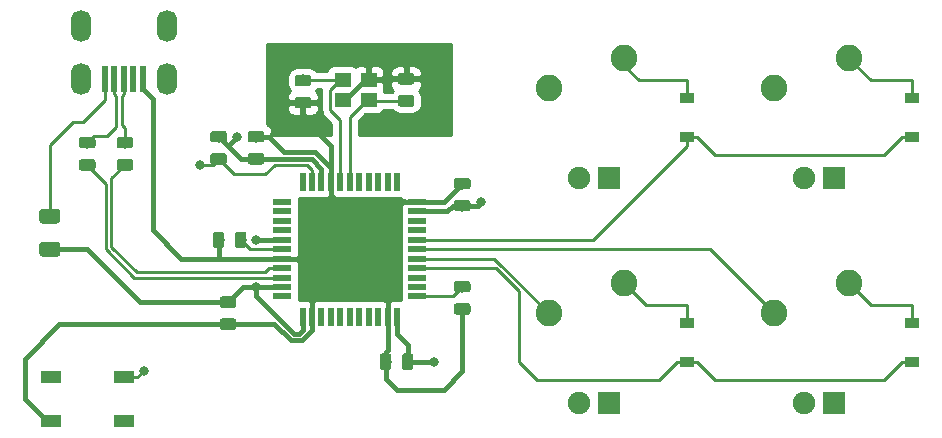
<source format=gbl>
G04 #@! TF.GenerationSoftware,KiCad,Pcbnew,(5.1.4)-1*
G04 #@! TF.CreationDate,2020-12-10T18:26:19-06:00*
G04 #@! TF.ProjectId,pcb-guide,7063622d-6775-4696-9465-2e6b69636164,rev?*
G04 #@! TF.SameCoordinates,Original*
G04 #@! TF.FileFunction,Copper,L2,Bot*
G04 #@! TF.FilePolarity,Positive*
%FSLAX46Y46*%
G04 Gerber Fmt 4.6, Leading zero omitted, Abs format (unit mm)*
G04 Created by KiCad (PCBNEW (5.1.4)-1) date 2020-12-10 18:26:19*
%MOMM*%
%LPD*%
G04 APERTURE LIST*
%ADD10O,1.700000X2.700000*%
%ADD11R,0.500000X2.250000*%
%ADD12R,1.905000X1.905000*%
%ADD13C,1.905000*%
%ADD14C,2.250000*%
%ADD15R,1.400000X1.200000*%
%ADD16R,0.550000X1.500000*%
%ADD17R,1.500000X0.550000*%
%ADD18R,1.800000X1.100000*%
%ADD19C,0.100000*%
%ADD20C,0.975000*%
%ADD21C,1.250000*%
%ADD22R,1.200000X0.900000*%
%ADD23C,0.800000*%
%ADD24C,0.381000*%
%ADD25C,0.254000*%
G04 APERTURE END LIST*
D10*
X170881000Y-27178000D03*
X178181000Y-27178000D03*
X178181000Y-31678000D03*
X170881000Y-31678000D03*
D11*
X172931000Y-31678000D03*
X173731000Y-31678000D03*
X174531000Y-31678000D03*
X175331000Y-31678000D03*
X176131000Y-31678000D03*
D12*
X234632500Y-59118500D03*
D13*
X232092500Y-59118500D03*
D14*
X229552500Y-51498500D03*
X235902500Y-48958500D03*
D12*
X215582500Y-59118500D03*
D13*
X213042500Y-59118500D03*
D14*
X210502500Y-51498500D03*
X216852500Y-48958500D03*
D12*
X234632500Y-40068500D03*
D13*
X232092500Y-40068500D03*
D14*
X229552500Y-32448500D03*
X235902500Y-29908500D03*
D12*
X215582500Y-40068500D03*
D13*
X213042500Y-40068500D03*
D14*
X210502500Y-32448500D03*
X216852500Y-29908500D03*
D15*
X195262500Y-31757250D03*
X193062500Y-31757250D03*
X193062500Y-33457250D03*
X195262500Y-33457250D03*
D16*
X189675000Y-51801000D03*
X190475000Y-51801000D03*
X191275000Y-51801000D03*
X192075000Y-51801000D03*
X192875000Y-51801000D03*
X193675000Y-51801000D03*
X194475000Y-51801000D03*
X195275000Y-51801000D03*
X196075000Y-51801000D03*
X196875000Y-51801000D03*
X197675000Y-51801000D03*
D17*
X199375000Y-50101000D03*
X199375000Y-49301000D03*
X199375000Y-48501000D03*
X199375000Y-47701000D03*
X199375000Y-46901000D03*
X199375000Y-46101000D03*
X199375000Y-45301000D03*
X199375000Y-44501000D03*
X199375000Y-43701000D03*
X199375000Y-42901000D03*
X199375000Y-42101000D03*
D16*
X197675000Y-40401000D03*
X196875000Y-40401000D03*
X196075000Y-40401000D03*
X195275000Y-40401000D03*
X194475000Y-40401000D03*
X193675000Y-40401000D03*
X192875000Y-40401000D03*
X192075000Y-40401000D03*
X191275000Y-40401000D03*
X190475000Y-40401000D03*
X189675000Y-40401000D03*
D17*
X187975000Y-42101000D03*
X187975000Y-42901000D03*
X187975000Y-43701000D03*
X187975000Y-44501000D03*
X187975000Y-45301000D03*
X187975000Y-46101000D03*
X187975000Y-46901000D03*
X187975000Y-47701000D03*
X187975000Y-48501000D03*
X187975000Y-49301000D03*
X187975000Y-50101000D03*
D18*
X174550000Y-60651000D03*
X168350000Y-56951000D03*
X174550000Y-56951000D03*
X168350000Y-60651000D03*
D19*
G36*
X203680142Y-48789674D02*
G01*
X203703803Y-48793184D01*
X203727007Y-48798996D01*
X203749529Y-48807054D01*
X203771153Y-48817282D01*
X203791670Y-48829579D01*
X203810883Y-48843829D01*
X203828607Y-48859893D01*
X203844671Y-48877617D01*
X203858921Y-48896830D01*
X203871218Y-48917347D01*
X203881446Y-48938971D01*
X203889504Y-48961493D01*
X203895316Y-48984697D01*
X203898826Y-49008358D01*
X203900000Y-49032250D01*
X203900000Y-49519750D01*
X203898826Y-49543642D01*
X203895316Y-49567303D01*
X203889504Y-49590507D01*
X203881446Y-49613029D01*
X203871218Y-49634653D01*
X203858921Y-49655170D01*
X203844671Y-49674383D01*
X203828607Y-49692107D01*
X203810883Y-49708171D01*
X203791670Y-49722421D01*
X203771153Y-49734718D01*
X203749529Y-49744946D01*
X203727007Y-49753004D01*
X203703803Y-49758816D01*
X203680142Y-49762326D01*
X203656250Y-49763500D01*
X202743750Y-49763500D01*
X202719858Y-49762326D01*
X202696197Y-49758816D01*
X202672993Y-49753004D01*
X202650471Y-49744946D01*
X202628847Y-49734718D01*
X202608330Y-49722421D01*
X202589117Y-49708171D01*
X202571393Y-49692107D01*
X202555329Y-49674383D01*
X202541079Y-49655170D01*
X202528782Y-49634653D01*
X202518554Y-49613029D01*
X202510496Y-49590507D01*
X202504684Y-49567303D01*
X202501174Y-49543642D01*
X202500000Y-49519750D01*
X202500000Y-49032250D01*
X202501174Y-49008358D01*
X202504684Y-48984697D01*
X202510496Y-48961493D01*
X202518554Y-48938971D01*
X202528782Y-48917347D01*
X202541079Y-48896830D01*
X202555329Y-48877617D01*
X202571393Y-48859893D01*
X202589117Y-48843829D01*
X202608330Y-48829579D01*
X202628847Y-48817282D01*
X202650471Y-48807054D01*
X202672993Y-48798996D01*
X202696197Y-48793184D01*
X202719858Y-48789674D01*
X202743750Y-48788500D01*
X203656250Y-48788500D01*
X203680142Y-48789674D01*
X203680142Y-48789674D01*
G37*
D20*
X203200000Y-49276000D03*
D19*
G36*
X203680142Y-50664674D02*
G01*
X203703803Y-50668184D01*
X203727007Y-50673996D01*
X203749529Y-50682054D01*
X203771153Y-50692282D01*
X203791670Y-50704579D01*
X203810883Y-50718829D01*
X203828607Y-50734893D01*
X203844671Y-50752617D01*
X203858921Y-50771830D01*
X203871218Y-50792347D01*
X203881446Y-50813971D01*
X203889504Y-50836493D01*
X203895316Y-50859697D01*
X203898826Y-50883358D01*
X203900000Y-50907250D01*
X203900000Y-51394750D01*
X203898826Y-51418642D01*
X203895316Y-51442303D01*
X203889504Y-51465507D01*
X203881446Y-51488029D01*
X203871218Y-51509653D01*
X203858921Y-51530170D01*
X203844671Y-51549383D01*
X203828607Y-51567107D01*
X203810883Y-51583171D01*
X203791670Y-51597421D01*
X203771153Y-51609718D01*
X203749529Y-51619946D01*
X203727007Y-51628004D01*
X203703803Y-51633816D01*
X203680142Y-51637326D01*
X203656250Y-51638500D01*
X202743750Y-51638500D01*
X202719858Y-51637326D01*
X202696197Y-51633816D01*
X202672993Y-51628004D01*
X202650471Y-51619946D01*
X202628847Y-51609718D01*
X202608330Y-51597421D01*
X202589117Y-51583171D01*
X202571393Y-51567107D01*
X202555329Y-51549383D01*
X202541079Y-51530170D01*
X202528782Y-51509653D01*
X202518554Y-51488029D01*
X202510496Y-51465507D01*
X202504684Y-51442303D01*
X202501174Y-51418642D01*
X202500000Y-51394750D01*
X202500000Y-50907250D01*
X202501174Y-50883358D01*
X202504684Y-50859697D01*
X202510496Y-50836493D01*
X202518554Y-50813971D01*
X202528782Y-50792347D01*
X202541079Y-50771830D01*
X202555329Y-50752617D01*
X202571393Y-50734893D01*
X202589117Y-50718829D01*
X202608330Y-50704579D01*
X202628847Y-50692282D01*
X202650471Y-50682054D01*
X202672993Y-50673996D01*
X202696197Y-50668184D01*
X202719858Y-50664674D01*
X202743750Y-50663500D01*
X203656250Y-50663500D01*
X203680142Y-50664674D01*
X203680142Y-50664674D01*
G37*
D20*
X203200000Y-51151000D03*
D19*
G36*
X171930142Y-36595924D02*
G01*
X171953803Y-36599434D01*
X171977007Y-36605246D01*
X171999529Y-36613304D01*
X172021153Y-36623532D01*
X172041670Y-36635829D01*
X172060883Y-36650079D01*
X172078607Y-36666143D01*
X172094671Y-36683867D01*
X172108921Y-36703080D01*
X172121218Y-36723597D01*
X172131446Y-36745221D01*
X172139504Y-36767743D01*
X172145316Y-36790947D01*
X172148826Y-36814608D01*
X172150000Y-36838500D01*
X172150000Y-37326000D01*
X172148826Y-37349892D01*
X172145316Y-37373553D01*
X172139504Y-37396757D01*
X172131446Y-37419279D01*
X172121218Y-37440903D01*
X172108921Y-37461420D01*
X172094671Y-37480633D01*
X172078607Y-37498357D01*
X172060883Y-37514421D01*
X172041670Y-37528671D01*
X172021153Y-37540968D01*
X171999529Y-37551196D01*
X171977007Y-37559254D01*
X171953803Y-37565066D01*
X171930142Y-37568576D01*
X171906250Y-37569750D01*
X170993750Y-37569750D01*
X170969858Y-37568576D01*
X170946197Y-37565066D01*
X170922993Y-37559254D01*
X170900471Y-37551196D01*
X170878847Y-37540968D01*
X170858330Y-37528671D01*
X170839117Y-37514421D01*
X170821393Y-37498357D01*
X170805329Y-37480633D01*
X170791079Y-37461420D01*
X170778782Y-37440903D01*
X170768554Y-37419279D01*
X170760496Y-37396757D01*
X170754684Y-37373553D01*
X170751174Y-37349892D01*
X170750000Y-37326000D01*
X170750000Y-36838500D01*
X170751174Y-36814608D01*
X170754684Y-36790947D01*
X170760496Y-36767743D01*
X170768554Y-36745221D01*
X170778782Y-36723597D01*
X170791079Y-36703080D01*
X170805329Y-36683867D01*
X170821393Y-36666143D01*
X170839117Y-36650079D01*
X170858330Y-36635829D01*
X170878847Y-36623532D01*
X170900471Y-36613304D01*
X170922993Y-36605246D01*
X170946197Y-36599434D01*
X170969858Y-36595924D01*
X170993750Y-36594750D01*
X171906250Y-36594750D01*
X171930142Y-36595924D01*
X171930142Y-36595924D01*
G37*
D20*
X171450000Y-37082250D03*
D19*
G36*
X171930142Y-38470924D02*
G01*
X171953803Y-38474434D01*
X171977007Y-38480246D01*
X171999529Y-38488304D01*
X172021153Y-38498532D01*
X172041670Y-38510829D01*
X172060883Y-38525079D01*
X172078607Y-38541143D01*
X172094671Y-38558867D01*
X172108921Y-38578080D01*
X172121218Y-38598597D01*
X172131446Y-38620221D01*
X172139504Y-38642743D01*
X172145316Y-38665947D01*
X172148826Y-38689608D01*
X172150000Y-38713500D01*
X172150000Y-39201000D01*
X172148826Y-39224892D01*
X172145316Y-39248553D01*
X172139504Y-39271757D01*
X172131446Y-39294279D01*
X172121218Y-39315903D01*
X172108921Y-39336420D01*
X172094671Y-39355633D01*
X172078607Y-39373357D01*
X172060883Y-39389421D01*
X172041670Y-39403671D01*
X172021153Y-39415968D01*
X171999529Y-39426196D01*
X171977007Y-39434254D01*
X171953803Y-39440066D01*
X171930142Y-39443576D01*
X171906250Y-39444750D01*
X170993750Y-39444750D01*
X170969858Y-39443576D01*
X170946197Y-39440066D01*
X170922993Y-39434254D01*
X170900471Y-39426196D01*
X170878847Y-39415968D01*
X170858330Y-39403671D01*
X170839117Y-39389421D01*
X170821393Y-39373357D01*
X170805329Y-39355633D01*
X170791079Y-39336420D01*
X170778782Y-39315903D01*
X170768554Y-39294279D01*
X170760496Y-39271757D01*
X170754684Y-39248553D01*
X170751174Y-39224892D01*
X170750000Y-39201000D01*
X170750000Y-38713500D01*
X170751174Y-38689608D01*
X170754684Y-38665947D01*
X170760496Y-38642743D01*
X170768554Y-38620221D01*
X170778782Y-38598597D01*
X170791079Y-38578080D01*
X170805329Y-38558867D01*
X170821393Y-38541143D01*
X170839117Y-38525079D01*
X170858330Y-38510829D01*
X170878847Y-38498532D01*
X170900471Y-38488304D01*
X170922993Y-38480246D01*
X170946197Y-38474434D01*
X170969858Y-38470924D01*
X170993750Y-38469750D01*
X171906250Y-38469750D01*
X171930142Y-38470924D01*
X171930142Y-38470924D01*
G37*
D20*
X171450000Y-38957250D03*
D19*
G36*
X175105142Y-36595924D02*
G01*
X175128803Y-36599434D01*
X175152007Y-36605246D01*
X175174529Y-36613304D01*
X175196153Y-36623532D01*
X175216670Y-36635829D01*
X175235883Y-36650079D01*
X175253607Y-36666143D01*
X175269671Y-36683867D01*
X175283921Y-36703080D01*
X175296218Y-36723597D01*
X175306446Y-36745221D01*
X175314504Y-36767743D01*
X175320316Y-36790947D01*
X175323826Y-36814608D01*
X175325000Y-36838500D01*
X175325000Y-37326000D01*
X175323826Y-37349892D01*
X175320316Y-37373553D01*
X175314504Y-37396757D01*
X175306446Y-37419279D01*
X175296218Y-37440903D01*
X175283921Y-37461420D01*
X175269671Y-37480633D01*
X175253607Y-37498357D01*
X175235883Y-37514421D01*
X175216670Y-37528671D01*
X175196153Y-37540968D01*
X175174529Y-37551196D01*
X175152007Y-37559254D01*
X175128803Y-37565066D01*
X175105142Y-37568576D01*
X175081250Y-37569750D01*
X174168750Y-37569750D01*
X174144858Y-37568576D01*
X174121197Y-37565066D01*
X174097993Y-37559254D01*
X174075471Y-37551196D01*
X174053847Y-37540968D01*
X174033330Y-37528671D01*
X174014117Y-37514421D01*
X173996393Y-37498357D01*
X173980329Y-37480633D01*
X173966079Y-37461420D01*
X173953782Y-37440903D01*
X173943554Y-37419279D01*
X173935496Y-37396757D01*
X173929684Y-37373553D01*
X173926174Y-37349892D01*
X173925000Y-37326000D01*
X173925000Y-36838500D01*
X173926174Y-36814608D01*
X173929684Y-36790947D01*
X173935496Y-36767743D01*
X173943554Y-36745221D01*
X173953782Y-36723597D01*
X173966079Y-36703080D01*
X173980329Y-36683867D01*
X173996393Y-36666143D01*
X174014117Y-36650079D01*
X174033330Y-36635829D01*
X174053847Y-36623532D01*
X174075471Y-36613304D01*
X174097993Y-36605246D01*
X174121197Y-36599434D01*
X174144858Y-36595924D01*
X174168750Y-36594750D01*
X175081250Y-36594750D01*
X175105142Y-36595924D01*
X175105142Y-36595924D01*
G37*
D20*
X174625000Y-37082250D03*
D19*
G36*
X175105142Y-38470924D02*
G01*
X175128803Y-38474434D01*
X175152007Y-38480246D01*
X175174529Y-38488304D01*
X175196153Y-38498532D01*
X175216670Y-38510829D01*
X175235883Y-38525079D01*
X175253607Y-38541143D01*
X175269671Y-38558867D01*
X175283921Y-38578080D01*
X175296218Y-38598597D01*
X175306446Y-38620221D01*
X175314504Y-38642743D01*
X175320316Y-38665947D01*
X175323826Y-38689608D01*
X175325000Y-38713500D01*
X175325000Y-39201000D01*
X175323826Y-39224892D01*
X175320316Y-39248553D01*
X175314504Y-39271757D01*
X175306446Y-39294279D01*
X175296218Y-39315903D01*
X175283921Y-39336420D01*
X175269671Y-39355633D01*
X175253607Y-39373357D01*
X175235883Y-39389421D01*
X175216670Y-39403671D01*
X175196153Y-39415968D01*
X175174529Y-39426196D01*
X175152007Y-39434254D01*
X175128803Y-39440066D01*
X175105142Y-39443576D01*
X175081250Y-39444750D01*
X174168750Y-39444750D01*
X174144858Y-39443576D01*
X174121197Y-39440066D01*
X174097993Y-39434254D01*
X174075471Y-39426196D01*
X174053847Y-39415968D01*
X174033330Y-39403671D01*
X174014117Y-39389421D01*
X173996393Y-39373357D01*
X173980329Y-39355633D01*
X173966079Y-39336420D01*
X173953782Y-39315903D01*
X173943554Y-39294279D01*
X173935496Y-39271757D01*
X173929684Y-39248553D01*
X173926174Y-39224892D01*
X173925000Y-39201000D01*
X173925000Y-38713500D01*
X173926174Y-38689608D01*
X173929684Y-38665947D01*
X173935496Y-38642743D01*
X173943554Y-38620221D01*
X173953782Y-38598597D01*
X173966079Y-38578080D01*
X173980329Y-38558867D01*
X173996393Y-38541143D01*
X174014117Y-38525079D01*
X174033330Y-38510829D01*
X174053847Y-38498532D01*
X174075471Y-38488304D01*
X174097993Y-38480246D01*
X174121197Y-38474434D01*
X174144858Y-38470924D01*
X174168750Y-38469750D01*
X175081250Y-38469750D01*
X175105142Y-38470924D01*
X175105142Y-38470924D01*
G37*
D20*
X174625000Y-38957250D03*
D19*
G36*
X183042642Y-37964674D02*
G01*
X183066303Y-37968184D01*
X183089507Y-37973996D01*
X183112029Y-37982054D01*
X183133653Y-37992282D01*
X183154170Y-38004579D01*
X183173383Y-38018829D01*
X183191107Y-38034893D01*
X183207171Y-38052617D01*
X183221421Y-38071830D01*
X183233718Y-38092347D01*
X183243946Y-38113971D01*
X183252004Y-38136493D01*
X183257816Y-38159697D01*
X183261326Y-38183358D01*
X183262500Y-38207250D01*
X183262500Y-38694750D01*
X183261326Y-38718642D01*
X183257816Y-38742303D01*
X183252004Y-38765507D01*
X183243946Y-38788029D01*
X183233718Y-38809653D01*
X183221421Y-38830170D01*
X183207171Y-38849383D01*
X183191107Y-38867107D01*
X183173383Y-38883171D01*
X183154170Y-38897421D01*
X183133653Y-38909718D01*
X183112029Y-38919946D01*
X183089507Y-38928004D01*
X183066303Y-38933816D01*
X183042642Y-38937326D01*
X183018750Y-38938500D01*
X182106250Y-38938500D01*
X182082358Y-38937326D01*
X182058697Y-38933816D01*
X182035493Y-38928004D01*
X182012971Y-38919946D01*
X181991347Y-38909718D01*
X181970830Y-38897421D01*
X181951617Y-38883171D01*
X181933893Y-38867107D01*
X181917829Y-38849383D01*
X181903579Y-38830170D01*
X181891282Y-38809653D01*
X181881054Y-38788029D01*
X181872996Y-38765507D01*
X181867184Y-38742303D01*
X181863674Y-38718642D01*
X181862500Y-38694750D01*
X181862500Y-38207250D01*
X181863674Y-38183358D01*
X181867184Y-38159697D01*
X181872996Y-38136493D01*
X181881054Y-38113971D01*
X181891282Y-38092347D01*
X181903579Y-38071830D01*
X181917829Y-38052617D01*
X181933893Y-38034893D01*
X181951617Y-38018829D01*
X181970830Y-38004579D01*
X181991347Y-37992282D01*
X182012971Y-37982054D01*
X182035493Y-37973996D01*
X182058697Y-37968184D01*
X182082358Y-37964674D01*
X182106250Y-37963500D01*
X183018750Y-37963500D01*
X183042642Y-37964674D01*
X183042642Y-37964674D01*
G37*
D20*
X182562500Y-38451000D03*
D19*
G36*
X183042642Y-36089674D02*
G01*
X183066303Y-36093184D01*
X183089507Y-36098996D01*
X183112029Y-36107054D01*
X183133653Y-36117282D01*
X183154170Y-36129579D01*
X183173383Y-36143829D01*
X183191107Y-36159893D01*
X183207171Y-36177617D01*
X183221421Y-36196830D01*
X183233718Y-36217347D01*
X183243946Y-36238971D01*
X183252004Y-36261493D01*
X183257816Y-36284697D01*
X183261326Y-36308358D01*
X183262500Y-36332250D01*
X183262500Y-36819750D01*
X183261326Y-36843642D01*
X183257816Y-36867303D01*
X183252004Y-36890507D01*
X183243946Y-36913029D01*
X183233718Y-36934653D01*
X183221421Y-36955170D01*
X183207171Y-36974383D01*
X183191107Y-36992107D01*
X183173383Y-37008171D01*
X183154170Y-37022421D01*
X183133653Y-37034718D01*
X183112029Y-37044946D01*
X183089507Y-37053004D01*
X183066303Y-37058816D01*
X183042642Y-37062326D01*
X183018750Y-37063500D01*
X182106250Y-37063500D01*
X182082358Y-37062326D01*
X182058697Y-37058816D01*
X182035493Y-37053004D01*
X182012971Y-37044946D01*
X181991347Y-37034718D01*
X181970830Y-37022421D01*
X181951617Y-37008171D01*
X181933893Y-36992107D01*
X181917829Y-36974383D01*
X181903579Y-36955170D01*
X181891282Y-36934653D01*
X181881054Y-36913029D01*
X181872996Y-36890507D01*
X181867184Y-36867303D01*
X181863674Y-36843642D01*
X181862500Y-36819750D01*
X181862500Y-36332250D01*
X181863674Y-36308358D01*
X181867184Y-36284697D01*
X181872996Y-36261493D01*
X181881054Y-36238971D01*
X181891282Y-36217347D01*
X181903579Y-36196830D01*
X181917829Y-36177617D01*
X181933893Y-36159893D01*
X181951617Y-36143829D01*
X181970830Y-36129579D01*
X181991347Y-36117282D01*
X182012971Y-36107054D01*
X182035493Y-36098996D01*
X182058697Y-36093184D01*
X182082358Y-36089674D01*
X182106250Y-36088500D01*
X183018750Y-36088500D01*
X183042642Y-36089674D01*
X183042642Y-36089674D01*
G37*
D20*
X182562500Y-36576000D03*
D19*
G36*
X168924504Y-42677204D02*
G01*
X168948773Y-42680804D01*
X168972571Y-42686765D01*
X168995671Y-42695030D01*
X169017849Y-42705520D01*
X169038893Y-42718133D01*
X169058598Y-42732747D01*
X169076777Y-42749223D01*
X169093253Y-42767402D01*
X169107867Y-42787107D01*
X169120480Y-42808151D01*
X169130970Y-42830329D01*
X169139235Y-42853429D01*
X169145196Y-42877227D01*
X169148796Y-42901496D01*
X169150000Y-42926000D01*
X169150000Y-43676000D01*
X169148796Y-43700504D01*
X169145196Y-43724773D01*
X169139235Y-43748571D01*
X169130970Y-43771671D01*
X169120480Y-43793849D01*
X169107867Y-43814893D01*
X169093253Y-43834598D01*
X169076777Y-43852777D01*
X169058598Y-43869253D01*
X169038893Y-43883867D01*
X169017849Y-43896480D01*
X168995671Y-43906970D01*
X168972571Y-43915235D01*
X168948773Y-43921196D01*
X168924504Y-43924796D01*
X168900000Y-43926000D01*
X167650000Y-43926000D01*
X167625496Y-43924796D01*
X167601227Y-43921196D01*
X167577429Y-43915235D01*
X167554329Y-43906970D01*
X167532151Y-43896480D01*
X167511107Y-43883867D01*
X167491402Y-43869253D01*
X167473223Y-43852777D01*
X167456747Y-43834598D01*
X167442133Y-43814893D01*
X167429520Y-43793849D01*
X167419030Y-43771671D01*
X167410765Y-43748571D01*
X167404804Y-43724773D01*
X167401204Y-43700504D01*
X167400000Y-43676000D01*
X167400000Y-42926000D01*
X167401204Y-42901496D01*
X167404804Y-42877227D01*
X167410765Y-42853429D01*
X167419030Y-42830329D01*
X167429520Y-42808151D01*
X167442133Y-42787107D01*
X167456747Y-42767402D01*
X167473223Y-42749223D01*
X167491402Y-42732747D01*
X167511107Y-42718133D01*
X167532151Y-42705520D01*
X167554329Y-42695030D01*
X167577429Y-42686765D01*
X167601227Y-42680804D01*
X167625496Y-42677204D01*
X167650000Y-42676000D01*
X168900000Y-42676000D01*
X168924504Y-42677204D01*
X168924504Y-42677204D01*
G37*
D21*
X168275000Y-43301000D03*
D19*
G36*
X168924504Y-45477204D02*
G01*
X168948773Y-45480804D01*
X168972571Y-45486765D01*
X168995671Y-45495030D01*
X169017849Y-45505520D01*
X169038893Y-45518133D01*
X169058598Y-45532747D01*
X169076777Y-45549223D01*
X169093253Y-45567402D01*
X169107867Y-45587107D01*
X169120480Y-45608151D01*
X169130970Y-45630329D01*
X169139235Y-45653429D01*
X169145196Y-45677227D01*
X169148796Y-45701496D01*
X169150000Y-45726000D01*
X169150000Y-46476000D01*
X169148796Y-46500504D01*
X169145196Y-46524773D01*
X169139235Y-46548571D01*
X169130970Y-46571671D01*
X169120480Y-46593849D01*
X169107867Y-46614893D01*
X169093253Y-46634598D01*
X169076777Y-46652777D01*
X169058598Y-46669253D01*
X169038893Y-46683867D01*
X169017849Y-46696480D01*
X168995671Y-46706970D01*
X168972571Y-46715235D01*
X168948773Y-46721196D01*
X168924504Y-46724796D01*
X168900000Y-46726000D01*
X167650000Y-46726000D01*
X167625496Y-46724796D01*
X167601227Y-46721196D01*
X167577429Y-46715235D01*
X167554329Y-46706970D01*
X167532151Y-46696480D01*
X167511107Y-46683867D01*
X167491402Y-46669253D01*
X167473223Y-46652777D01*
X167456747Y-46634598D01*
X167442133Y-46614893D01*
X167429520Y-46593849D01*
X167419030Y-46571671D01*
X167410765Y-46548571D01*
X167404804Y-46524773D01*
X167401204Y-46500504D01*
X167400000Y-46476000D01*
X167400000Y-45726000D01*
X167401204Y-45701496D01*
X167404804Y-45677227D01*
X167410765Y-45653429D01*
X167419030Y-45630329D01*
X167429520Y-45608151D01*
X167442133Y-45587107D01*
X167456747Y-45567402D01*
X167473223Y-45549223D01*
X167491402Y-45532747D01*
X167511107Y-45518133D01*
X167532151Y-45505520D01*
X167554329Y-45495030D01*
X167577429Y-45486765D01*
X167601227Y-45480804D01*
X167625496Y-45477204D01*
X167650000Y-45476000D01*
X168900000Y-45476000D01*
X168924504Y-45477204D01*
X168924504Y-45477204D01*
G37*
D21*
X168275000Y-46101000D03*
D22*
X241300000Y-52388500D03*
X241300000Y-55688500D03*
X222250000Y-52388500D03*
X222250000Y-55688500D03*
X241300000Y-33338500D03*
X241300000Y-36638500D03*
X222250000Y-33338500D03*
X222250000Y-36638500D03*
D19*
G36*
X183836392Y-51964674D02*
G01*
X183860053Y-51968184D01*
X183883257Y-51973996D01*
X183905779Y-51982054D01*
X183927403Y-51992282D01*
X183947920Y-52004579D01*
X183967133Y-52018829D01*
X183984857Y-52034893D01*
X184000921Y-52052617D01*
X184015171Y-52071830D01*
X184027468Y-52092347D01*
X184037696Y-52113971D01*
X184045754Y-52136493D01*
X184051566Y-52159697D01*
X184055076Y-52183358D01*
X184056250Y-52207250D01*
X184056250Y-52694750D01*
X184055076Y-52718642D01*
X184051566Y-52742303D01*
X184045754Y-52765507D01*
X184037696Y-52788029D01*
X184027468Y-52809653D01*
X184015171Y-52830170D01*
X184000921Y-52849383D01*
X183984857Y-52867107D01*
X183967133Y-52883171D01*
X183947920Y-52897421D01*
X183927403Y-52909718D01*
X183905779Y-52919946D01*
X183883257Y-52928004D01*
X183860053Y-52933816D01*
X183836392Y-52937326D01*
X183812500Y-52938500D01*
X182900000Y-52938500D01*
X182876108Y-52937326D01*
X182852447Y-52933816D01*
X182829243Y-52928004D01*
X182806721Y-52919946D01*
X182785097Y-52909718D01*
X182764580Y-52897421D01*
X182745367Y-52883171D01*
X182727643Y-52867107D01*
X182711579Y-52849383D01*
X182697329Y-52830170D01*
X182685032Y-52809653D01*
X182674804Y-52788029D01*
X182666746Y-52765507D01*
X182660934Y-52742303D01*
X182657424Y-52718642D01*
X182656250Y-52694750D01*
X182656250Y-52207250D01*
X182657424Y-52183358D01*
X182660934Y-52159697D01*
X182666746Y-52136493D01*
X182674804Y-52113971D01*
X182685032Y-52092347D01*
X182697329Y-52071830D01*
X182711579Y-52052617D01*
X182727643Y-52034893D01*
X182745367Y-52018829D01*
X182764580Y-52004579D01*
X182785097Y-51992282D01*
X182806721Y-51982054D01*
X182829243Y-51973996D01*
X182852447Y-51968184D01*
X182876108Y-51964674D01*
X182900000Y-51963500D01*
X183812500Y-51963500D01*
X183836392Y-51964674D01*
X183836392Y-51964674D01*
G37*
D20*
X183356250Y-52451000D03*
D19*
G36*
X183836392Y-50089674D02*
G01*
X183860053Y-50093184D01*
X183883257Y-50098996D01*
X183905779Y-50107054D01*
X183927403Y-50117282D01*
X183947920Y-50129579D01*
X183967133Y-50143829D01*
X183984857Y-50159893D01*
X184000921Y-50177617D01*
X184015171Y-50196830D01*
X184027468Y-50217347D01*
X184037696Y-50238971D01*
X184045754Y-50261493D01*
X184051566Y-50284697D01*
X184055076Y-50308358D01*
X184056250Y-50332250D01*
X184056250Y-50819750D01*
X184055076Y-50843642D01*
X184051566Y-50867303D01*
X184045754Y-50890507D01*
X184037696Y-50913029D01*
X184027468Y-50934653D01*
X184015171Y-50955170D01*
X184000921Y-50974383D01*
X183984857Y-50992107D01*
X183967133Y-51008171D01*
X183947920Y-51022421D01*
X183927403Y-51034718D01*
X183905779Y-51044946D01*
X183883257Y-51053004D01*
X183860053Y-51058816D01*
X183836392Y-51062326D01*
X183812500Y-51063500D01*
X182900000Y-51063500D01*
X182876108Y-51062326D01*
X182852447Y-51058816D01*
X182829243Y-51053004D01*
X182806721Y-51044946D01*
X182785097Y-51034718D01*
X182764580Y-51022421D01*
X182745367Y-51008171D01*
X182727643Y-50992107D01*
X182711579Y-50974383D01*
X182697329Y-50955170D01*
X182685032Y-50934653D01*
X182674804Y-50913029D01*
X182666746Y-50890507D01*
X182660934Y-50867303D01*
X182657424Y-50843642D01*
X182656250Y-50819750D01*
X182656250Y-50332250D01*
X182657424Y-50308358D01*
X182660934Y-50284697D01*
X182666746Y-50261493D01*
X182674804Y-50238971D01*
X182685032Y-50217347D01*
X182697329Y-50196830D01*
X182711579Y-50177617D01*
X182727643Y-50159893D01*
X182745367Y-50143829D01*
X182764580Y-50129579D01*
X182785097Y-50117282D01*
X182806721Y-50107054D01*
X182829243Y-50098996D01*
X182852447Y-50093184D01*
X182876108Y-50089674D01*
X182900000Y-50088500D01*
X183812500Y-50088500D01*
X183836392Y-50089674D01*
X183836392Y-50089674D01*
G37*
D20*
X183356250Y-50576000D03*
D19*
G36*
X196973892Y-54927174D02*
G01*
X196997553Y-54930684D01*
X197020757Y-54936496D01*
X197043279Y-54944554D01*
X197064903Y-54954782D01*
X197085420Y-54967079D01*
X197104633Y-54981329D01*
X197122357Y-54997393D01*
X197138421Y-55015117D01*
X197152671Y-55034330D01*
X197164968Y-55054847D01*
X197175196Y-55076471D01*
X197183254Y-55098993D01*
X197189066Y-55122197D01*
X197192576Y-55145858D01*
X197193750Y-55169750D01*
X197193750Y-56082250D01*
X197192576Y-56106142D01*
X197189066Y-56129803D01*
X197183254Y-56153007D01*
X197175196Y-56175529D01*
X197164968Y-56197153D01*
X197152671Y-56217670D01*
X197138421Y-56236883D01*
X197122357Y-56254607D01*
X197104633Y-56270671D01*
X197085420Y-56284921D01*
X197064903Y-56297218D01*
X197043279Y-56307446D01*
X197020757Y-56315504D01*
X196997553Y-56321316D01*
X196973892Y-56324826D01*
X196950000Y-56326000D01*
X196462500Y-56326000D01*
X196438608Y-56324826D01*
X196414947Y-56321316D01*
X196391743Y-56315504D01*
X196369221Y-56307446D01*
X196347597Y-56297218D01*
X196327080Y-56284921D01*
X196307867Y-56270671D01*
X196290143Y-56254607D01*
X196274079Y-56236883D01*
X196259829Y-56217670D01*
X196247532Y-56197153D01*
X196237304Y-56175529D01*
X196229246Y-56153007D01*
X196223434Y-56129803D01*
X196219924Y-56106142D01*
X196218750Y-56082250D01*
X196218750Y-55169750D01*
X196219924Y-55145858D01*
X196223434Y-55122197D01*
X196229246Y-55098993D01*
X196237304Y-55076471D01*
X196247532Y-55054847D01*
X196259829Y-55034330D01*
X196274079Y-55015117D01*
X196290143Y-54997393D01*
X196307867Y-54981329D01*
X196327080Y-54967079D01*
X196347597Y-54954782D01*
X196369221Y-54944554D01*
X196391743Y-54936496D01*
X196414947Y-54930684D01*
X196438608Y-54927174D01*
X196462500Y-54926000D01*
X196950000Y-54926000D01*
X196973892Y-54927174D01*
X196973892Y-54927174D01*
G37*
D20*
X196706250Y-55626000D03*
D19*
G36*
X198848892Y-54927174D02*
G01*
X198872553Y-54930684D01*
X198895757Y-54936496D01*
X198918279Y-54944554D01*
X198939903Y-54954782D01*
X198960420Y-54967079D01*
X198979633Y-54981329D01*
X198997357Y-54997393D01*
X199013421Y-55015117D01*
X199027671Y-55034330D01*
X199039968Y-55054847D01*
X199050196Y-55076471D01*
X199058254Y-55098993D01*
X199064066Y-55122197D01*
X199067576Y-55145858D01*
X199068750Y-55169750D01*
X199068750Y-56082250D01*
X199067576Y-56106142D01*
X199064066Y-56129803D01*
X199058254Y-56153007D01*
X199050196Y-56175529D01*
X199039968Y-56197153D01*
X199027671Y-56217670D01*
X199013421Y-56236883D01*
X198997357Y-56254607D01*
X198979633Y-56270671D01*
X198960420Y-56284921D01*
X198939903Y-56297218D01*
X198918279Y-56307446D01*
X198895757Y-56315504D01*
X198872553Y-56321316D01*
X198848892Y-56324826D01*
X198825000Y-56326000D01*
X198337500Y-56326000D01*
X198313608Y-56324826D01*
X198289947Y-56321316D01*
X198266743Y-56315504D01*
X198244221Y-56307446D01*
X198222597Y-56297218D01*
X198202080Y-56284921D01*
X198182867Y-56270671D01*
X198165143Y-56254607D01*
X198149079Y-56236883D01*
X198134829Y-56217670D01*
X198122532Y-56197153D01*
X198112304Y-56175529D01*
X198104246Y-56153007D01*
X198098434Y-56129803D01*
X198094924Y-56106142D01*
X198093750Y-56082250D01*
X198093750Y-55169750D01*
X198094924Y-55145858D01*
X198098434Y-55122197D01*
X198104246Y-55098993D01*
X198112304Y-55076471D01*
X198122532Y-55054847D01*
X198134829Y-55034330D01*
X198149079Y-55015117D01*
X198165143Y-54997393D01*
X198182867Y-54981329D01*
X198202080Y-54967079D01*
X198222597Y-54954782D01*
X198244221Y-54944554D01*
X198266743Y-54936496D01*
X198289947Y-54930684D01*
X198313608Y-54927174D01*
X198337500Y-54926000D01*
X198825000Y-54926000D01*
X198848892Y-54927174D01*
X198848892Y-54927174D01*
G37*
D20*
X198581250Y-55626000D03*
D19*
G36*
X203680142Y-40058424D02*
G01*
X203703803Y-40061934D01*
X203727007Y-40067746D01*
X203749529Y-40075804D01*
X203771153Y-40086032D01*
X203791670Y-40098329D01*
X203810883Y-40112579D01*
X203828607Y-40128643D01*
X203844671Y-40146367D01*
X203858921Y-40165580D01*
X203871218Y-40186097D01*
X203881446Y-40207721D01*
X203889504Y-40230243D01*
X203895316Y-40253447D01*
X203898826Y-40277108D01*
X203900000Y-40301000D01*
X203900000Y-40788500D01*
X203898826Y-40812392D01*
X203895316Y-40836053D01*
X203889504Y-40859257D01*
X203881446Y-40881779D01*
X203871218Y-40903403D01*
X203858921Y-40923920D01*
X203844671Y-40943133D01*
X203828607Y-40960857D01*
X203810883Y-40976921D01*
X203791670Y-40991171D01*
X203771153Y-41003468D01*
X203749529Y-41013696D01*
X203727007Y-41021754D01*
X203703803Y-41027566D01*
X203680142Y-41031076D01*
X203656250Y-41032250D01*
X202743750Y-41032250D01*
X202719858Y-41031076D01*
X202696197Y-41027566D01*
X202672993Y-41021754D01*
X202650471Y-41013696D01*
X202628847Y-41003468D01*
X202608330Y-40991171D01*
X202589117Y-40976921D01*
X202571393Y-40960857D01*
X202555329Y-40943133D01*
X202541079Y-40923920D01*
X202528782Y-40903403D01*
X202518554Y-40881779D01*
X202510496Y-40859257D01*
X202504684Y-40836053D01*
X202501174Y-40812392D01*
X202500000Y-40788500D01*
X202500000Y-40301000D01*
X202501174Y-40277108D01*
X202504684Y-40253447D01*
X202510496Y-40230243D01*
X202518554Y-40207721D01*
X202528782Y-40186097D01*
X202541079Y-40165580D01*
X202555329Y-40146367D01*
X202571393Y-40128643D01*
X202589117Y-40112579D01*
X202608330Y-40098329D01*
X202628847Y-40086032D01*
X202650471Y-40075804D01*
X202672993Y-40067746D01*
X202696197Y-40061934D01*
X202719858Y-40058424D01*
X202743750Y-40057250D01*
X203656250Y-40057250D01*
X203680142Y-40058424D01*
X203680142Y-40058424D01*
G37*
D20*
X203200000Y-40544750D03*
D19*
G36*
X203680142Y-41933424D02*
G01*
X203703803Y-41936934D01*
X203727007Y-41942746D01*
X203749529Y-41950804D01*
X203771153Y-41961032D01*
X203791670Y-41973329D01*
X203810883Y-41987579D01*
X203828607Y-42003643D01*
X203844671Y-42021367D01*
X203858921Y-42040580D01*
X203871218Y-42061097D01*
X203881446Y-42082721D01*
X203889504Y-42105243D01*
X203895316Y-42128447D01*
X203898826Y-42152108D01*
X203900000Y-42176000D01*
X203900000Y-42663500D01*
X203898826Y-42687392D01*
X203895316Y-42711053D01*
X203889504Y-42734257D01*
X203881446Y-42756779D01*
X203871218Y-42778403D01*
X203858921Y-42798920D01*
X203844671Y-42818133D01*
X203828607Y-42835857D01*
X203810883Y-42851921D01*
X203791670Y-42866171D01*
X203771153Y-42878468D01*
X203749529Y-42888696D01*
X203727007Y-42896754D01*
X203703803Y-42902566D01*
X203680142Y-42906076D01*
X203656250Y-42907250D01*
X202743750Y-42907250D01*
X202719858Y-42906076D01*
X202696197Y-42902566D01*
X202672993Y-42896754D01*
X202650471Y-42888696D01*
X202628847Y-42878468D01*
X202608330Y-42866171D01*
X202589117Y-42851921D01*
X202571393Y-42835857D01*
X202555329Y-42818133D01*
X202541079Y-42798920D01*
X202528782Y-42778403D01*
X202518554Y-42756779D01*
X202510496Y-42734257D01*
X202504684Y-42711053D01*
X202501174Y-42687392D01*
X202500000Y-42663500D01*
X202500000Y-42176000D01*
X202501174Y-42152108D01*
X202504684Y-42128447D01*
X202510496Y-42105243D01*
X202518554Y-42082721D01*
X202528782Y-42061097D01*
X202541079Y-42040580D01*
X202555329Y-42021367D01*
X202571393Y-42003643D01*
X202589117Y-41987579D01*
X202608330Y-41973329D01*
X202628847Y-41961032D01*
X202650471Y-41950804D01*
X202672993Y-41942746D01*
X202696197Y-41936934D01*
X202719858Y-41933424D01*
X202743750Y-41932250D01*
X203656250Y-41932250D01*
X203680142Y-41933424D01*
X203680142Y-41933424D01*
G37*
D20*
X203200000Y-42419750D03*
D19*
G36*
X186217642Y-36089674D02*
G01*
X186241303Y-36093184D01*
X186264507Y-36098996D01*
X186287029Y-36107054D01*
X186308653Y-36117282D01*
X186329170Y-36129579D01*
X186348383Y-36143829D01*
X186366107Y-36159893D01*
X186382171Y-36177617D01*
X186396421Y-36196830D01*
X186408718Y-36217347D01*
X186418946Y-36238971D01*
X186427004Y-36261493D01*
X186432816Y-36284697D01*
X186436326Y-36308358D01*
X186437500Y-36332250D01*
X186437500Y-36819750D01*
X186436326Y-36843642D01*
X186432816Y-36867303D01*
X186427004Y-36890507D01*
X186418946Y-36913029D01*
X186408718Y-36934653D01*
X186396421Y-36955170D01*
X186382171Y-36974383D01*
X186366107Y-36992107D01*
X186348383Y-37008171D01*
X186329170Y-37022421D01*
X186308653Y-37034718D01*
X186287029Y-37044946D01*
X186264507Y-37053004D01*
X186241303Y-37058816D01*
X186217642Y-37062326D01*
X186193750Y-37063500D01*
X185281250Y-37063500D01*
X185257358Y-37062326D01*
X185233697Y-37058816D01*
X185210493Y-37053004D01*
X185187971Y-37044946D01*
X185166347Y-37034718D01*
X185145830Y-37022421D01*
X185126617Y-37008171D01*
X185108893Y-36992107D01*
X185092829Y-36974383D01*
X185078579Y-36955170D01*
X185066282Y-36934653D01*
X185056054Y-36913029D01*
X185047996Y-36890507D01*
X185042184Y-36867303D01*
X185038674Y-36843642D01*
X185037500Y-36819750D01*
X185037500Y-36332250D01*
X185038674Y-36308358D01*
X185042184Y-36284697D01*
X185047996Y-36261493D01*
X185056054Y-36238971D01*
X185066282Y-36217347D01*
X185078579Y-36196830D01*
X185092829Y-36177617D01*
X185108893Y-36159893D01*
X185126617Y-36143829D01*
X185145830Y-36129579D01*
X185166347Y-36117282D01*
X185187971Y-36107054D01*
X185210493Y-36098996D01*
X185233697Y-36093184D01*
X185257358Y-36089674D01*
X185281250Y-36088500D01*
X186193750Y-36088500D01*
X186217642Y-36089674D01*
X186217642Y-36089674D01*
G37*
D20*
X185737500Y-36576000D03*
D19*
G36*
X186217642Y-37964674D02*
G01*
X186241303Y-37968184D01*
X186264507Y-37973996D01*
X186287029Y-37982054D01*
X186308653Y-37992282D01*
X186329170Y-38004579D01*
X186348383Y-38018829D01*
X186366107Y-38034893D01*
X186382171Y-38052617D01*
X186396421Y-38071830D01*
X186408718Y-38092347D01*
X186418946Y-38113971D01*
X186427004Y-38136493D01*
X186432816Y-38159697D01*
X186436326Y-38183358D01*
X186437500Y-38207250D01*
X186437500Y-38694750D01*
X186436326Y-38718642D01*
X186432816Y-38742303D01*
X186427004Y-38765507D01*
X186418946Y-38788029D01*
X186408718Y-38809653D01*
X186396421Y-38830170D01*
X186382171Y-38849383D01*
X186366107Y-38867107D01*
X186348383Y-38883171D01*
X186329170Y-38897421D01*
X186308653Y-38909718D01*
X186287029Y-38919946D01*
X186264507Y-38928004D01*
X186241303Y-38933816D01*
X186217642Y-38937326D01*
X186193750Y-38938500D01*
X185281250Y-38938500D01*
X185257358Y-38937326D01*
X185233697Y-38933816D01*
X185210493Y-38928004D01*
X185187971Y-38919946D01*
X185166347Y-38909718D01*
X185145830Y-38897421D01*
X185126617Y-38883171D01*
X185108893Y-38867107D01*
X185092829Y-38849383D01*
X185078579Y-38830170D01*
X185066282Y-38809653D01*
X185056054Y-38788029D01*
X185047996Y-38765507D01*
X185042184Y-38742303D01*
X185038674Y-38718642D01*
X185037500Y-38694750D01*
X185037500Y-38207250D01*
X185038674Y-38183358D01*
X185042184Y-38159697D01*
X185047996Y-38136493D01*
X185056054Y-38113971D01*
X185066282Y-38092347D01*
X185078579Y-38071830D01*
X185092829Y-38052617D01*
X185108893Y-38034893D01*
X185126617Y-38018829D01*
X185145830Y-38004579D01*
X185166347Y-37992282D01*
X185187971Y-37982054D01*
X185210493Y-37973996D01*
X185233697Y-37968184D01*
X185257358Y-37964674D01*
X185281250Y-37963500D01*
X186193750Y-37963500D01*
X186217642Y-37964674D01*
X186217642Y-37964674D01*
G37*
D20*
X185737500Y-38451000D03*
D19*
G36*
X182830142Y-44608424D02*
G01*
X182853803Y-44611934D01*
X182877007Y-44617746D01*
X182899529Y-44625804D01*
X182921153Y-44636032D01*
X182941670Y-44648329D01*
X182960883Y-44662579D01*
X182978607Y-44678643D01*
X182994671Y-44696367D01*
X183008921Y-44715580D01*
X183021218Y-44736097D01*
X183031446Y-44757721D01*
X183039504Y-44780243D01*
X183045316Y-44803447D01*
X183048826Y-44827108D01*
X183050000Y-44851000D01*
X183050000Y-45763500D01*
X183048826Y-45787392D01*
X183045316Y-45811053D01*
X183039504Y-45834257D01*
X183031446Y-45856779D01*
X183021218Y-45878403D01*
X183008921Y-45898920D01*
X182994671Y-45918133D01*
X182978607Y-45935857D01*
X182960883Y-45951921D01*
X182941670Y-45966171D01*
X182921153Y-45978468D01*
X182899529Y-45988696D01*
X182877007Y-45996754D01*
X182853803Y-46002566D01*
X182830142Y-46006076D01*
X182806250Y-46007250D01*
X182318750Y-46007250D01*
X182294858Y-46006076D01*
X182271197Y-46002566D01*
X182247993Y-45996754D01*
X182225471Y-45988696D01*
X182203847Y-45978468D01*
X182183330Y-45966171D01*
X182164117Y-45951921D01*
X182146393Y-45935857D01*
X182130329Y-45918133D01*
X182116079Y-45898920D01*
X182103782Y-45878403D01*
X182093554Y-45856779D01*
X182085496Y-45834257D01*
X182079684Y-45811053D01*
X182076174Y-45787392D01*
X182075000Y-45763500D01*
X182075000Y-44851000D01*
X182076174Y-44827108D01*
X182079684Y-44803447D01*
X182085496Y-44780243D01*
X182093554Y-44757721D01*
X182103782Y-44736097D01*
X182116079Y-44715580D01*
X182130329Y-44696367D01*
X182146393Y-44678643D01*
X182164117Y-44662579D01*
X182183330Y-44648329D01*
X182203847Y-44636032D01*
X182225471Y-44625804D01*
X182247993Y-44617746D01*
X182271197Y-44611934D01*
X182294858Y-44608424D01*
X182318750Y-44607250D01*
X182806250Y-44607250D01*
X182830142Y-44608424D01*
X182830142Y-44608424D01*
G37*
D20*
X182562500Y-45307250D03*
D19*
G36*
X184705142Y-44608424D02*
G01*
X184728803Y-44611934D01*
X184752007Y-44617746D01*
X184774529Y-44625804D01*
X184796153Y-44636032D01*
X184816670Y-44648329D01*
X184835883Y-44662579D01*
X184853607Y-44678643D01*
X184869671Y-44696367D01*
X184883921Y-44715580D01*
X184896218Y-44736097D01*
X184906446Y-44757721D01*
X184914504Y-44780243D01*
X184920316Y-44803447D01*
X184923826Y-44827108D01*
X184925000Y-44851000D01*
X184925000Y-45763500D01*
X184923826Y-45787392D01*
X184920316Y-45811053D01*
X184914504Y-45834257D01*
X184906446Y-45856779D01*
X184896218Y-45878403D01*
X184883921Y-45898920D01*
X184869671Y-45918133D01*
X184853607Y-45935857D01*
X184835883Y-45951921D01*
X184816670Y-45966171D01*
X184796153Y-45978468D01*
X184774529Y-45988696D01*
X184752007Y-45996754D01*
X184728803Y-46002566D01*
X184705142Y-46006076D01*
X184681250Y-46007250D01*
X184193750Y-46007250D01*
X184169858Y-46006076D01*
X184146197Y-46002566D01*
X184122993Y-45996754D01*
X184100471Y-45988696D01*
X184078847Y-45978468D01*
X184058330Y-45966171D01*
X184039117Y-45951921D01*
X184021393Y-45935857D01*
X184005329Y-45918133D01*
X183991079Y-45898920D01*
X183978782Y-45878403D01*
X183968554Y-45856779D01*
X183960496Y-45834257D01*
X183954684Y-45811053D01*
X183951174Y-45787392D01*
X183950000Y-45763500D01*
X183950000Y-44851000D01*
X183951174Y-44827108D01*
X183954684Y-44803447D01*
X183960496Y-44780243D01*
X183968554Y-44757721D01*
X183978782Y-44736097D01*
X183991079Y-44715580D01*
X184005329Y-44696367D01*
X184021393Y-44678643D01*
X184039117Y-44662579D01*
X184058330Y-44648329D01*
X184078847Y-44636032D01*
X184100471Y-44625804D01*
X184122993Y-44617746D01*
X184146197Y-44611934D01*
X184169858Y-44608424D01*
X184193750Y-44607250D01*
X184681250Y-44607250D01*
X184705142Y-44608424D01*
X184705142Y-44608424D01*
G37*
D20*
X184437500Y-45307250D03*
D19*
G36*
X190186392Y-33202174D02*
G01*
X190210053Y-33205684D01*
X190233257Y-33211496D01*
X190255779Y-33219554D01*
X190277403Y-33229782D01*
X190297920Y-33242079D01*
X190317133Y-33256329D01*
X190334857Y-33272393D01*
X190350921Y-33290117D01*
X190365171Y-33309330D01*
X190377468Y-33329847D01*
X190387696Y-33351471D01*
X190395754Y-33373993D01*
X190401566Y-33397197D01*
X190405076Y-33420858D01*
X190406250Y-33444750D01*
X190406250Y-33932250D01*
X190405076Y-33956142D01*
X190401566Y-33979803D01*
X190395754Y-34003007D01*
X190387696Y-34025529D01*
X190377468Y-34047153D01*
X190365171Y-34067670D01*
X190350921Y-34086883D01*
X190334857Y-34104607D01*
X190317133Y-34120671D01*
X190297920Y-34134921D01*
X190277403Y-34147218D01*
X190255779Y-34157446D01*
X190233257Y-34165504D01*
X190210053Y-34171316D01*
X190186392Y-34174826D01*
X190162500Y-34176000D01*
X189250000Y-34176000D01*
X189226108Y-34174826D01*
X189202447Y-34171316D01*
X189179243Y-34165504D01*
X189156721Y-34157446D01*
X189135097Y-34147218D01*
X189114580Y-34134921D01*
X189095367Y-34120671D01*
X189077643Y-34104607D01*
X189061579Y-34086883D01*
X189047329Y-34067670D01*
X189035032Y-34047153D01*
X189024804Y-34025529D01*
X189016746Y-34003007D01*
X189010934Y-33979803D01*
X189007424Y-33956142D01*
X189006250Y-33932250D01*
X189006250Y-33444750D01*
X189007424Y-33420858D01*
X189010934Y-33397197D01*
X189016746Y-33373993D01*
X189024804Y-33351471D01*
X189035032Y-33329847D01*
X189047329Y-33309330D01*
X189061579Y-33290117D01*
X189077643Y-33272393D01*
X189095367Y-33256329D01*
X189114580Y-33242079D01*
X189135097Y-33229782D01*
X189156721Y-33219554D01*
X189179243Y-33211496D01*
X189202447Y-33205684D01*
X189226108Y-33202174D01*
X189250000Y-33201000D01*
X190162500Y-33201000D01*
X190186392Y-33202174D01*
X190186392Y-33202174D01*
G37*
D20*
X189706250Y-33688500D03*
D19*
G36*
X190186392Y-31327174D02*
G01*
X190210053Y-31330684D01*
X190233257Y-31336496D01*
X190255779Y-31344554D01*
X190277403Y-31354782D01*
X190297920Y-31367079D01*
X190317133Y-31381329D01*
X190334857Y-31397393D01*
X190350921Y-31415117D01*
X190365171Y-31434330D01*
X190377468Y-31454847D01*
X190387696Y-31476471D01*
X190395754Y-31498993D01*
X190401566Y-31522197D01*
X190405076Y-31545858D01*
X190406250Y-31569750D01*
X190406250Y-32057250D01*
X190405076Y-32081142D01*
X190401566Y-32104803D01*
X190395754Y-32128007D01*
X190387696Y-32150529D01*
X190377468Y-32172153D01*
X190365171Y-32192670D01*
X190350921Y-32211883D01*
X190334857Y-32229607D01*
X190317133Y-32245671D01*
X190297920Y-32259921D01*
X190277403Y-32272218D01*
X190255779Y-32282446D01*
X190233257Y-32290504D01*
X190210053Y-32296316D01*
X190186392Y-32299826D01*
X190162500Y-32301000D01*
X189250000Y-32301000D01*
X189226108Y-32299826D01*
X189202447Y-32296316D01*
X189179243Y-32290504D01*
X189156721Y-32282446D01*
X189135097Y-32272218D01*
X189114580Y-32259921D01*
X189095367Y-32245671D01*
X189077643Y-32229607D01*
X189061579Y-32211883D01*
X189047329Y-32192670D01*
X189035032Y-32172153D01*
X189024804Y-32150529D01*
X189016746Y-32128007D01*
X189010934Y-32104803D01*
X189007424Y-32081142D01*
X189006250Y-32057250D01*
X189006250Y-31569750D01*
X189007424Y-31545858D01*
X189010934Y-31522197D01*
X189016746Y-31498993D01*
X189024804Y-31476471D01*
X189035032Y-31454847D01*
X189047329Y-31434330D01*
X189061579Y-31415117D01*
X189077643Y-31397393D01*
X189095367Y-31381329D01*
X189114580Y-31367079D01*
X189135097Y-31354782D01*
X189156721Y-31344554D01*
X189179243Y-31336496D01*
X189202447Y-31330684D01*
X189226108Y-31327174D01*
X189250000Y-31326000D01*
X190162500Y-31326000D01*
X190186392Y-31327174D01*
X190186392Y-31327174D01*
G37*
D20*
X189706250Y-31813500D03*
D19*
G36*
X198917642Y-31183424D02*
G01*
X198941303Y-31186934D01*
X198964507Y-31192746D01*
X198987029Y-31200804D01*
X199008653Y-31211032D01*
X199029170Y-31223329D01*
X199048383Y-31237579D01*
X199066107Y-31253643D01*
X199082171Y-31271367D01*
X199096421Y-31290580D01*
X199108718Y-31311097D01*
X199118946Y-31332721D01*
X199127004Y-31355243D01*
X199132816Y-31378447D01*
X199136326Y-31402108D01*
X199137500Y-31426000D01*
X199137500Y-31913500D01*
X199136326Y-31937392D01*
X199132816Y-31961053D01*
X199127004Y-31984257D01*
X199118946Y-32006779D01*
X199108718Y-32028403D01*
X199096421Y-32048920D01*
X199082171Y-32068133D01*
X199066107Y-32085857D01*
X199048383Y-32101921D01*
X199029170Y-32116171D01*
X199008653Y-32128468D01*
X198987029Y-32138696D01*
X198964507Y-32146754D01*
X198941303Y-32152566D01*
X198917642Y-32156076D01*
X198893750Y-32157250D01*
X197981250Y-32157250D01*
X197957358Y-32156076D01*
X197933697Y-32152566D01*
X197910493Y-32146754D01*
X197887971Y-32138696D01*
X197866347Y-32128468D01*
X197845830Y-32116171D01*
X197826617Y-32101921D01*
X197808893Y-32085857D01*
X197792829Y-32068133D01*
X197778579Y-32048920D01*
X197766282Y-32028403D01*
X197756054Y-32006779D01*
X197747996Y-31984257D01*
X197742184Y-31961053D01*
X197738674Y-31937392D01*
X197737500Y-31913500D01*
X197737500Y-31426000D01*
X197738674Y-31402108D01*
X197742184Y-31378447D01*
X197747996Y-31355243D01*
X197756054Y-31332721D01*
X197766282Y-31311097D01*
X197778579Y-31290580D01*
X197792829Y-31271367D01*
X197808893Y-31253643D01*
X197826617Y-31237579D01*
X197845830Y-31223329D01*
X197866347Y-31211032D01*
X197887971Y-31200804D01*
X197910493Y-31192746D01*
X197933697Y-31186934D01*
X197957358Y-31183424D01*
X197981250Y-31182250D01*
X198893750Y-31182250D01*
X198917642Y-31183424D01*
X198917642Y-31183424D01*
G37*
D20*
X198437500Y-31669750D03*
D19*
G36*
X198917642Y-33058424D02*
G01*
X198941303Y-33061934D01*
X198964507Y-33067746D01*
X198987029Y-33075804D01*
X199008653Y-33086032D01*
X199029170Y-33098329D01*
X199048383Y-33112579D01*
X199066107Y-33128643D01*
X199082171Y-33146367D01*
X199096421Y-33165580D01*
X199108718Y-33186097D01*
X199118946Y-33207721D01*
X199127004Y-33230243D01*
X199132816Y-33253447D01*
X199136326Y-33277108D01*
X199137500Y-33301000D01*
X199137500Y-33788500D01*
X199136326Y-33812392D01*
X199132816Y-33836053D01*
X199127004Y-33859257D01*
X199118946Y-33881779D01*
X199108718Y-33903403D01*
X199096421Y-33923920D01*
X199082171Y-33943133D01*
X199066107Y-33960857D01*
X199048383Y-33976921D01*
X199029170Y-33991171D01*
X199008653Y-34003468D01*
X198987029Y-34013696D01*
X198964507Y-34021754D01*
X198941303Y-34027566D01*
X198917642Y-34031076D01*
X198893750Y-34032250D01*
X197981250Y-34032250D01*
X197957358Y-34031076D01*
X197933697Y-34027566D01*
X197910493Y-34021754D01*
X197887971Y-34013696D01*
X197866347Y-34003468D01*
X197845830Y-33991171D01*
X197826617Y-33976921D01*
X197808893Y-33960857D01*
X197792829Y-33943133D01*
X197778579Y-33923920D01*
X197766282Y-33903403D01*
X197756054Y-33881779D01*
X197747996Y-33859257D01*
X197742184Y-33836053D01*
X197738674Y-33812392D01*
X197737500Y-33788500D01*
X197737500Y-33301000D01*
X197738674Y-33277108D01*
X197742184Y-33253447D01*
X197747996Y-33230243D01*
X197756054Y-33207721D01*
X197766282Y-33186097D01*
X197778579Y-33165580D01*
X197792829Y-33146367D01*
X197808893Y-33128643D01*
X197826617Y-33112579D01*
X197845830Y-33098329D01*
X197866347Y-33086032D01*
X197887971Y-33075804D01*
X197910493Y-33067746D01*
X197933697Y-33061934D01*
X197957358Y-33058424D01*
X197981250Y-33057250D01*
X198893750Y-33057250D01*
X198917642Y-33058424D01*
X198917642Y-33058424D01*
G37*
D20*
X198437500Y-33544750D03*
D23*
X184150000Y-36576000D03*
X185737500Y-45307250D03*
X185762500Y-49301000D03*
X200818750Y-55626000D03*
X204787500Y-42132250D03*
X176212500Y-56419750D03*
X180975000Y-38957250D03*
X210502500Y-32448500D03*
X210502500Y-32448500D03*
X210502500Y-51498500D03*
X229552500Y-51498500D03*
D24*
X188406250Y-33688500D02*
X189706250Y-33688500D01*
X195262500Y-30776250D02*
X194712250Y-30226000D01*
X195262500Y-31757250D02*
X195262500Y-30776250D01*
X188912500Y-30226000D02*
X188118750Y-31019750D01*
X194712250Y-30226000D02*
X188912500Y-30226000D01*
X188118750Y-31019750D02*
X188118750Y-33401000D01*
X188118750Y-33401000D02*
X188406250Y-33688500D01*
X195350000Y-31669750D02*
X195262500Y-31757250D01*
X198437500Y-31669750D02*
X195350000Y-31669750D01*
X185737500Y-36576000D02*
X186824760Y-36576000D01*
X186824760Y-36576000D02*
X188118750Y-37869990D01*
X192075000Y-39270000D02*
X192075000Y-40401000D01*
X192075000Y-39248328D02*
X192075000Y-39270000D01*
X190696663Y-37869991D02*
X192075000Y-39248328D01*
X188118750Y-37869990D02*
X190696663Y-37869991D01*
X189706250Y-33688500D02*
X189706250Y-34988500D01*
X189706250Y-34988500D02*
X192087500Y-37369750D01*
X192075000Y-37382250D02*
X192075000Y-40401000D01*
X194959598Y-31757250D02*
X195262500Y-31757250D01*
X193259598Y-33457250D02*
X194959598Y-31757250D01*
X193062500Y-33457250D02*
X193259598Y-33457250D01*
X183381250Y-52426000D02*
X183356250Y-52451000D01*
X168000000Y-60651000D02*
X166150000Y-58801000D01*
X168350000Y-60651000D02*
X168000000Y-60651000D01*
X166150000Y-58801000D02*
X166150000Y-55369750D01*
X166150000Y-55369750D02*
X169068750Y-52451000D01*
X169068750Y-52451000D02*
X183356250Y-52451000D01*
X196875000Y-52932000D02*
X196875000Y-51801000D01*
X196875000Y-54657250D02*
X196875000Y-52932000D01*
X196706250Y-54826000D02*
X196875000Y-54657250D01*
X196706250Y-55626000D02*
X196706250Y-54826000D01*
X199343750Y-42132250D02*
X199375000Y-42101000D01*
X203200000Y-40544750D02*
X201612500Y-42132250D01*
X201612500Y-42132250D02*
X199343750Y-42132250D01*
X196706250Y-55626000D02*
X196706250Y-57069750D01*
X196706250Y-57069750D02*
X197643750Y-58007250D01*
X197643750Y-58007250D02*
X201612500Y-58007250D01*
X201612500Y-58007250D02*
X203200000Y-56419750D01*
X203200000Y-56419750D02*
X203200000Y-51151000D01*
X192075000Y-41532000D02*
X194262750Y-43719750D01*
X192075000Y-40401000D02*
X192075000Y-41532000D01*
X194262750Y-43719750D02*
X196056250Y-43719750D01*
X197675000Y-42101000D02*
X199375000Y-42101000D01*
X196056250Y-43719750D02*
X197675000Y-42101000D01*
X189712500Y-46901000D02*
X187975000Y-46901000D01*
X196056250Y-48482250D02*
X196056250Y-43719750D01*
X191293750Y-48482250D02*
X196056250Y-48482250D01*
X190500000Y-48482250D02*
X191293750Y-48482250D01*
X190475000Y-51801000D02*
X190475000Y-48507250D01*
X190475000Y-48507250D02*
X190500000Y-48482250D01*
X190475000Y-47663500D02*
X189712500Y-46901000D01*
X190475000Y-48507250D02*
X190475000Y-47663500D01*
X196875000Y-50838500D02*
X196875000Y-49301000D01*
X196875000Y-50838500D02*
X196875000Y-50670000D01*
X196875000Y-51801000D02*
X196875000Y-50838500D01*
X196875000Y-49301000D02*
X196056250Y-48482250D01*
X187297078Y-52451000D02*
X183356250Y-52451000D01*
X188671837Y-53825759D02*
X187297078Y-52451000D01*
X189602912Y-53825760D02*
X188671837Y-53825759D01*
X190475000Y-51801000D02*
X190475000Y-52953672D01*
X190475000Y-52953672D02*
X189602912Y-53825760D01*
X182562500Y-46894750D02*
X182556250Y-46901000D01*
X182562500Y-45307250D02*
X182562500Y-46894750D01*
X187975000Y-46901000D02*
X182556250Y-46901000D01*
X176131000Y-32498000D02*
X176131000Y-31623000D01*
X177006250Y-33373250D02*
X176131000Y-32498000D01*
X177006250Y-44513500D02*
X177006250Y-33373250D01*
X179393750Y-46901000D02*
X177006250Y-44513500D01*
X182556250Y-46901000D02*
X179393750Y-46901000D01*
D25*
X195350000Y-33544750D02*
X195262500Y-33457250D01*
X198437500Y-33544750D02*
X195350000Y-33544750D01*
X195162500Y-33457250D02*
X193675000Y-34944750D01*
X195262500Y-33457250D02*
X195162500Y-33457250D01*
X193675000Y-34988500D02*
X193675000Y-40401000D01*
X193675000Y-34944750D02*
X193675000Y-34988500D01*
X193006250Y-31813500D02*
X193062500Y-31757250D01*
X189706250Y-31813500D02*
X193006250Y-31813500D01*
X192873898Y-31757250D02*
X192035499Y-32595649D01*
X193062500Y-31757250D02*
X192873898Y-31757250D01*
X192875000Y-35158352D02*
X192875000Y-40401000D01*
X192035499Y-34318851D02*
X192875000Y-35158352D01*
X192035499Y-32595649D02*
X192035499Y-34318851D01*
X186971000Y-46101000D02*
X187975000Y-46101000D01*
X185231250Y-46101000D02*
X186971000Y-46101000D01*
X184437500Y-45307250D02*
X185231250Y-46101000D01*
D24*
X191275000Y-39270000D02*
X191275000Y-40401000D01*
X190456000Y-38451000D02*
X191275000Y-39270000D01*
X185737500Y-38451000D02*
X190456000Y-38451000D01*
X189675000Y-51801000D02*
X189675000Y-52276000D01*
X189675000Y-52276000D02*
X189706250Y-52307250D01*
X175925000Y-50576000D02*
X183356250Y-50576000D01*
X168275000Y-46101000D02*
X171450000Y-46101000D01*
X171450000Y-46101000D02*
X175925000Y-50576000D01*
X184437500Y-38451000D02*
X185737500Y-38451000D01*
X198581250Y-55626000D02*
X198581250Y-54182250D01*
X197675000Y-53276000D02*
X197675000Y-51801000D01*
X198581250Y-54182250D02*
X197675000Y-53276000D01*
X200506000Y-42901000D02*
X199375000Y-42901000D01*
X201918750Y-42901000D02*
X200506000Y-42901000D01*
X202400000Y-42419750D02*
X201918750Y-42901000D01*
X203200000Y-42419750D02*
X202400000Y-42419750D01*
X183356250Y-50576000D02*
X184631250Y-49301000D01*
X189675000Y-52932000D02*
X189362250Y-53244750D01*
X189675000Y-51801000D02*
X189675000Y-52932000D01*
X189362250Y-53244750D02*
X188912500Y-53244750D01*
X185762500Y-50094750D02*
X185762500Y-49301000D01*
X188912500Y-53244750D02*
X185762500Y-50094750D01*
X184631250Y-49301000D02*
X185762500Y-49301000D01*
X185762500Y-49301000D02*
X187975000Y-49301000D01*
X183356250Y-37369750D02*
X184150000Y-36576000D01*
X183356250Y-37369750D02*
X184437500Y-38451000D01*
X182562500Y-36576000D02*
X183356250Y-37369750D01*
X185743750Y-45301000D02*
X185737500Y-45307250D01*
X187975000Y-45301000D02*
X185743750Y-45301000D01*
X198581250Y-55626000D02*
X200818750Y-55626000D01*
X203200000Y-42419750D02*
X204500000Y-42419750D01*
X204500000Y-42419750D02*
X204787500Y-42132250D01*
D25*
X222250000Y-33338500D02*
X222250000Y-31813500D01*
X218137500Y-31813500D02*
X216812500Y-30488500D01*
X222250000Y-31813500D02*
X218137500Y-31813500D01*
X223104000Y-36638500D02*
X224629000Y-38163500D01*
X222250000Y-36638500D02*
X223104000Y-36638500D01*
X240446000Y-36638500D02*
X241300000Y-36638500D01*
X238921000Y-38163500D02*
X240446000Y-36638500D01*
X224629000Y-38163500D02*
X238921000Y-38163500D01*
X222250000Y-37342500D02*
X222250000Y-36638500D01*
X214291500Y-45301000D02*
X222250000Y-37342500D01*
X199375000Y-45301000D02*
X214291500Y-45301000D01*
X241300000Y-33338500D02*
X241300000Y-31813500D01*
X236482500Y-30488500D02*
X235862500Y-30488500D01*
X237807500Y-31813500D02*
X236482500Y-30488500D01*
X241300000Y-31813500D02*
X237807500Y-31813500D01*
X222100000Y-52388500D02*
X222250000Y-52388500D01*
X222250000Y-52388500D02*
X222250000Y-50863500D01*
X218757500Y-50863500D02*
X216852500Y-48958500D01*
X222250000Y-50863500D02*
X218757500Y-50863500D01*
X223104000Y-55688500D02*
X224629000Y-57213500D01*
X222250000Y-55688500D02*
X223104000Y-55688500D01*
X240446000Y-55688500D02*
X241300000Y-55688500D01*
X238921000Y-57213500D02*
X240446000Y-55688500D01*
X224629000Y-57213500D02*
X238921000Y-57213500D01*
X221396000Y-55688500D02*
X222250000Y-55688500D01*
X199375000Y-47701000D02*
X206062934Y-47701000D01*
X206062934Y-47701000D02*
X207962500Y-49600566D01*
X207962500Y-49600566D02*
X207962500Y-55626000D01*
X207962500Y-55626000D02*
X209550000Y-57213500D01*
X209550000Y-57213500D02*
X219871000Y-57213500D01*
X219871000Y-57213500D02*
X221396000Y-55688500D01*
X241300000Y-52388500D02*
X241300000Y-50863500D01*
X237807500Y-50863500D02*
X235902500Y-48958500D01*
X241300000Y-50863500D02*
X237807500Y-50863500D01*
X172931000Y-33444000D02*
X172931000Y-31623000D01*
X171051250Y-35323750D02*
X172931000Y-33444000D01*
X170257500Y-35323750D02*
X171051250Y-35323750D01*
X168275000Y-43301000D02*
X168275000Y-37306250D01*
X168275000Y-37306250D02*
X170257500Y-35323750D01*
X182562500Y-38451000D02*
X183862500Y-39751000D01*
X186531250Y-39751000D02*
X187313740Y-38968510D01*
X183862500Y-39751000D02*
X186531250Y-39751000D01*
X190475000Y-39397000D02*
X190475000Y-40401000D01*
X190046510Y-38968510D02*
X190475000Y-39397000D01*
X187313740Y-38968510D02*
X190046510Y-38968510D01*
X174550000Y-56951000D02*
X175681250Y-56951000D01*
X175681250Y-56951000D02*
X176212500Y-56419750D01*
X182056250Y-38957250D02*
X182562500Y-38451000D01*
X180975000Y-38957250D02*
X182056250Y-38957250D01*
X174625000Y-37082250D02*
X174625000Y-35872990D01*
X174625000Y-35872990D02*
X174371000Y-35618990D01*
X174371000Y-35618990D02*
X174371000Y-33147000D01*
X174531000Y-33002000D02*
X174531000Y-31623000D01*
X174386000Y-33147000D02*
X174531000Y-33002000D01*
X174371000Y-33147000D02*
X174386000Y-33147000D01*
X186877240Y-47701000D02*
X187975000Y-47701000D01*
X186531250Y-48046990D02*
X186877240Y-47701000D01*
X175625556Y-48046990D02*
X186531250Y-48046990D01*
X173491510Y-45912944D02*
X175625556Y-48046990D01*
X174625000Y-38957250D02*
X173491510Y-40090740D01*
X173491510Y-40090740D02*
X173491510Y-45912944D01*
X173731000Y-33002000D02*
X173731000Y-31623000D01*
X171450000Y-37082250D02*
X172006237Y-36526013D01*
X172006237Y-36526013D02*
X173150987Y-36526013D01*
X173150987Y-36526013D02*
X173916990Y-35760010D01*
X173916990Y-35760010D02*
X173916990Y-33147000D01*
X173916990Y-33147000D02*
X173876000Y-33147000D01*
X173876000Y-33147000D02*
X173731000Y-33002000D01*
X175437500Y-48501000D02*
X187975000Y-48501000D01*
X173037500Y-46101000D02*
X175437500Y-48501000D01*
X171450000Y-38957250D02*
X173037500Y-40544750D01*
X173037500Y-40544750D02*
X173037500Y-46101000D01*
X202375000Y-50101000D02*
X199375000Y-50101000D01*
X203200000Y-49276000D02*
X202375000Y-50101000D01*
X205905000Y-46901000D02*
X210502500Y-51498500D01*
X199375000Y-46901000D02*
X205905000Y-46901000D01*
X224155000Y-46101000D02*
X229552500Y-51498500D01*
X199375000Y-46101000D02*
X224155000Y-46101000D01*
G36*
X202279250Y-36449000D02*
G01*
X194437000Y-36449000D01*
X194437000Y-35260380D01*
X195002058Y-34695322D01*
X195962500Y-34695322D01*
X196086982Y-34683062D01*
X196206680Y-34646752D01*
X196316994Y-34587787D01*
X196413685Y-34508435D01*
X196493037Y-34411744D01*
X196549158Y-34306750D01*
X197271297Y-34306750D01*
X197357708Y-34412042D01*
X197491336Y-34521708D01*
X197643791Y-34603197D01*
X197809215Y-34653378D01*
X197981250Y-34670322D01*
X198893750Y-34670322D01*
X199065785Y-34653378D01*
X199231209Y-34603197D01*
X199383664Y-34521708D01*
X199517292Y-34412042D01*
X199626958Y-34278414D01*
X199708447Y-34125959D01*
X199758628Y-33960535D01*
X199775572Y-33788500D01*
X199775572Y-33301000D01*
X199758628Y-33128965D01*
X199708447Y-32963541D01*
X199626958Y-32811086D01*
X199517292Y-32677458D01*
X199510936Y-32672242D01*
X199588685Y-32608435D01*
X199668037Y-32511744D01*
X199727002Y-32401430D01*
X199763312Y-32281732D01*
X199775572Y-32157250D01*
X199772500Y-31955500D01*
X199613750Y-31796750D01*
X198564500Y-31796750D01*
X198564500Y-31816750D01*
X198310500Y-31816750D01*
X198310500Y-31796750D01*
X197261250Y-31796750D01*
X197102500Y-31955500D01*
X197099428Y-32157250D01*
X197111688Y-32281732D01*
X197147998Y-32401430D01*
X197206963Y-32511744D01*
X197286315Y-32608435D01*
X197364064Y-32672242D01*
X197357708Y-32677458D01*
X197271297Y-32782750D01*
X196593235Y-32782750D01*
X196588312Y-32732768D01*
X196552002Y-32613070D01*
X196548891Y-32607250D01*
X196552002Y-32601430D01*
X196588312Y-32481732D01*
X196600572Y-32357250D01*
X196597500Y-32043000D01*
X196438750Y-31884250D01*
X195389500Y-31884250D01*
X195389500Y-31904250D01*
X195135500Y-31904250D01*
X195135500Y-31884250D01*
X195115500Y-31884250D01*
X195115500Y-31630250D01*
X195135500Y-31630250D01*
X195135500Y-30681000D01*
X195389500Y-30681000D01*
X195389500Y-31630250D01*
X196438750Y-31630250D01*
X196597500Y-31471500D01*
X196600327Y-31182250D01*
X197099428Y-31182250D01*
X197102500Y-31384000D01*
X197261250Y-31542750D01*
X198310500Y-31542750D01*
X198310500Y-30706000D01*
X198564500Y-30706000D01*
X198564500Y-31542750D01*
X199613750Y-31542750D01*
X199772500Y-31384000D01*
X199775572Y-31182250D01*
X199763312Y-31057768D01*
X199727002Y-30938070D01*
X199668037Y-30827756D01*
X199588685Y-30731065D01*
X199491994Y-30651713D01*
X199381680Y-30592748D01*
X199261982Y-30556438D01*
X199137500Y-30544178D01*
X198723250Y-30547250D01*
X198564500Y-30706000D01*
X198310500Y-30706000D01*
X198151750Y-30547250D01*
X197737500Y-30544178D01*
X197613018Y-30556438D01*
X197493320Y-30592748D01*
X197383006Y-30651713D01*
X197286315Y-30731065D01*
X197206963Y-30827756D01*
X197147998Y-30938070D01*
X197111688Y-31057768D01*
X197099428Y-31182250D01*
X196600327Y-31182250D01*
X196600572Y-31157250D01*
X196588312Y-31032768D01*
X196552002Y-30913070D01*
X196493037Y-30802756D01*
X196413685Y-30706065D01*
X196316994Y-30626713D01*
X196206680Y-30567748D01*
X196086982Y-30531438D01*
X195962500Y-30519178D01*
X195548250Y-30522250D01*
X195389500Y-30681000D01*
X195135500Y-30681000D01*
X194976750Y-30522250D01*
X194562500Y-30519178D01*
X194438018Y-30531438D01*
X194318320Y-30567748D01*
X194208006Y-30626713D01*
X194162500Y-30664059D01*
X194116994Y-30626713D01*
X194006680Y-30567748D01*
X193886982Y-30531438D01*
X193762500Y-30519178D01*
X192362500Y-30519178D01*
X192238018Y-30531438D01*
X192118320Y-30567748D01*
X192008006Y-30626713D01*
X191911315Y-30706065D01*
X191831963Y-30802756D01*
X191772998Y-30913070D01*
X191736688Y-31032768D01*
X191734843Y-31051500D01*
X190872453Y-31051500D01*
X190786042Y-30946208D01*
X190652414Y-30836542D01*
X190499959Y-30755053D01*
X190334535Y-30704872D01*
X190162500Y-30687928D01*
X189250000Y-30687928D01*
X189077965Y-30704872D01*
X188912541Y-30755053D01*
X188760086Y-30836542D01*
X188626458Y-30946208D01*
X188516792Y-31079836D01*
X188435303Y-31232291D01*
X188385122Y-31397715D01*
X188368178Y-31569750D01*
X188368178Y-32057250D01*
X188385122Y-32229285D01*
X188435303Y-32394709D01*
X188516792Y-32547164D01*
X188626458Y-32680792D01*
X188632814Y-32686008D01*
X188555065Y-32749815D01*
X188475713Y-32846506D01*
X188416748Y-32956820D01*
X188380438Y-33076518D01*
X188368178Y-33201000D01*
X188371250Y-33402750D01*
X188530000Y-33561500D01*
X189579250Y-33561500D01*
X189579250Y-33541500D01*
X189833250Y-33541500D01*
X189833250Y-33561500D01*
X190882500Y-33561500D01*
X191041250Y-33402750D01*
X191044322Y-33201000D01*
X191032062Y-33076518D01*
X190995752Y-32956820D01*
X190936787Y-32846506D01*
X190857435Y-32749815D01*
X190779686Y-32686008D01*
X190786042Y-32680792D01*
X190872453Y-32575500D01*
X191271798Y-32575500D01*
X191269813Y-32595649D01*
X191273499Y-32633073D01*
X191273500Y-34281418D01*
X191269813Y-34318851D01*
X191284526Y-34468229D01*
X191328098Y-34611866D01*
X191398854Y-34744243D01*
X191440815Y-34795372D01*
X191494078Y-34860273D01*
X191523148Y-34884130D01*
X192113000Y-35473982D01*
X192113000Y-36449000D01*
X187072500Y-36449000D01*
X187072500Y-36448998D01*
X186913752Y-36448998D01*
X187072500Y-36290250D01*
X187075572Y-36088500D01*
X187063312Y-35964018D01*
X187027002Y-35844320D01*
X186968037Y-35734006D01*
X186888685Y-35637315D01*
X186791994Y-35557963D01*
X186681680Y-35498998D01*
X186658250Y-35491891D01*
X186658250Y-34176000D01*
X188368178Y-34176000D01*
X188380438Y-34300482D01*
X188416748Y-34420180D01*
X188475713Y-34530494D01*
X188555065Y-34627185D01*
X188651756Y-34706537D01*
X188762070Y-34765502D01*
X188881768Y-34801812D01*
X189006250Y-34814072D01*
X189420500Y-34811000D01*
X189579250Y-34652250D01*
X189579250Y-33815500D01*
X189833250Y-33815500D01*
X189833250Y-34652250D01*
X189992000Y-34811000D01*
X190406250Y-34814072D01*
X190530732Y-34801812D01*
X190650430Y-34765502D01*
X190760744Y-34706537D01*
X190857435Y-34627185D01*
X190936787Y-34530494D01*
X190995752Y-34420180D01*
X191032062Y-34300482D01*
X191044322Y-34176000D01*
X191041250Y-33974250D01*
X190882500Y-33815500D01*
X189833250Y-33815500D01*
X189579250Y-33815500D01*
X188530000Y-33815500D01*
X188371250Y-33974250D01*
X188368178Y-34176000D01*
X186658250Y-34176000D01*
X186658250Y-28765500D01*
X202279250Y-28765500D01*
X202279250Y-36449000D01*
X202279250Y-36449000D01*
G37*
X202279250Y-36449000D02*
X194437000Y-36449000D01*
X194437000Y-35260380D01*
X195002058Y-34695322D01*
X195962500Y-34695322D01*
X196086982Y-34683062D01*
X196206680Y-34646752D01*
X196316994Y-34587787D01*
X196413685Y-34508435D01*
X196493037Y-34411744D01*
X196549158Y-34306750D01*
X197271297Y-34306750D01*
X197357708Y-34412042D01*
X197491336Y-34521708D01*
X197643791Y-34603197D01*
X197809215Y-34653378D01*
X197981250Y-34670322D01*
X198893750Y-34670322D01*
X199065785Y-34653378D01*
X199231209Y-34603197D01*
X199383664Y-34521708D01*
X199517292Y-34412042D01*
X199626958Y-34278414D01*
X199708447Y-34125959D01*
X199758628Y-33960535D01*
X199775572Y-33788500D01*
X199775572Y-33301000D01*
X199758628Y-33128965D01*
X199708447Y-32963541D01*
X199626958Y-32811086D01*
X199517292Y-32677458D01*
X199510936Y-32672242D01*
X199588685Y-32608435D01*
X199668037Y-32511744D01*
X199727002Y-32401430D01*
X199763312Y-32281732D01*
X199775572Y-32157250D01*
X199772500Y-31955500D01*
X199613750Y-31796750D01*
X198564500Y-31796750D01*
X198564500Y-31816750D01*
X198310500Y-31816750D01*
X198310500Y-31796750D01*
X197261250Y-31796750D01*
X197102500Y-31955500D01*
X197099428Y-32157250D01*
X197111688Y-32281732D01*
X197147998Y-32401430D01*
X197206963Y-32511744D01*
X197286315Y-32608435D01*
X197364064Y-32672242D01*
X197357708Y-32677458D01*
X197271297Y-32782750D01*
X196593235Y-32782750D01*
X196588312Y-32732768D01*
X196552002Y-32613070D01*
X196548891Y-32607250D01*
X196552002Y-32601430D01*
X196588312Y-32481732D01*
X196600572Y-32357250D01*
X196597500Y-32043000D01*
X196438750Y-31884250D01*
X195389500Y-31884250D01*
X195389500Y-31904250D01*
X195135500Y-31904250D01*
X195135500Y-31884250D01*
X195115500Y-31884250D01*
X195115500Y-31630250D01*
X195135500Y-31630250D01*
X195135500Y-30681000D01*
X195389500Y-30681000D01*
X195389500Y-31630250D01*
X196438750Y-31630250D01*
X196597500Y-31471500D01*
X196600327Y-31182250D01*
X197099428Y-31182250D01*
X197102500Y-31384000D01*
X197261250Y-31542750D01*
X198310500Y-31542750D01*
X198310500Y-30706000D01*
X198564500Y-30706000D01*
X198564500Y-31542750D01*
X199613750Y-31542750D01*
X199772500Y-31384000D01*
X199775572Y-31182250D01*
X199763312Y-31057768D01*
X199727002Y-30938070D01*
X199668037Y-30827756D01*
X199588685Y-30731065D01*
X199491994Y-30651713D01*
X199381680Y-30592748D01*
X199261982Y-30556438D01*
X199137500Y-30544178D01*
X198723250Y-30547250D01*
X198564500Y-30706000D01*
X198310500Y-30706000D01*
X198151750Y-30547250D01*
X197737500Y-30544178D01*
X197613018Y-30556438D01*
X197493320Y-30592748D01*
X197383006Y-30651713D01*
X197286315Y-30731065D01*
X197206963Y-30827756D01*
X197147998Y-30938070D01*
X197111688Y-31057768D01*
X197099428Y-31182250D01*
X196600327Y-31182250D01*
X196600572Y-31157250D01*
X196588312Y-31032768D01*
X196552002Y-30913070D01*
X196493037Y-30802756D01*
X196413685Y-30706065D01*
X196316994Y-30626713D01*
X196206680Y-30567748D01*
X196086982Y-30531438D01*
X195962500Y-30519178D01*
X195548250Y-30522250D01*
X195389500Y-30681000D01*
X195135500Y-30681000D01*
X194976750Y-30522250D01*
X194562500Y-30519178D01*
X194438018Y-30531438D01*
X194318320Y-30567748D01*
X194208006Y-30626713D01*
X194162500Y-30664059D01*
X194116994Y-30626713D01*
X194006680Y-30567748D01*
X193886982Y-30531438D01*
X193762500Y-30519178D01*
X192362500Y-30519178D01*
X192238018Y-30531438D01*
X192118320Y-30567748D01*
X192008006Y-30626713D01*
X191911315Y-30706065D01*
X191831963Y-30802756D01*
X191772998Y-30913070D01*
X191736688Y-31032768D01*
X191734843Y-31051500D01*
X190872453Y-31051500D01*
X190786042Y-30946208D01*
X190652414Y-30836542D01*
X190499959Y-30755053D01*
X190334535Y-30704872D01*
X190162500Y-30687928D01*
X189250000Y-30687928D01*
X189077965Y-30704872D01*
X188912541Y-30755053D01*
X188760086Y-30836542D01*
X188626458Y-30946208D01*
X188516792Y-31079836D01*
X188435303Y-31232291D01*
X188385122Y-31397715D01*
X188368178Y-31569750D01*
X188368178Y-32057250D01*
X188385122Y-32229285D01*
X188435303Y-32394709D01*
X188516792Y-32547164D01*
X188626458Y-32680792D01*
X188632814Y-32686008D01*
X188555065Y-32749815D01*
X188475713Y-32846506D01*
X188416748Y-32956820D01*
X188380438Y-33076518D01*
X188368178Y-33201000D01*
X188371250Y-33402750D01*
X188530000Y-33561500D01*
X189579250Y-33561500D01*
X189579250Y-33541500D01*
X189833250Y-33541500D01*
X189833250Y-33561500D01*
X190882500Y-33561500D01*
X191041250Y-33402750D01*
X191044322Y-33201000D01*
X191032062Y-33076518D01*
X190995752Y-32956820D01*
X190936787Y-32846506D01*
X190857435Y-32749815D01*
X190779686Y-32686008D01*
X190786042Y-32680792D01*
X190872453Y-32575500D01*
X191271798Y-32575500D01*
X191269813Y-32595649D01*
X191273499Y-32633073D01*
X191273500Y-34281418D01*
X191269813Y-34318851D01*
X191284526Y-34468229D01*
X191328098Y-34611866D01*
X191398854Y-34744243D01*
X191440815Y-34795372D01*
X191494078Y-34860273D01*
X191523148Y-34884130D01*
X192113000Y-35473982D01*
X192113000Y-36449000D01*
X187072500Y-36449000D01*
X187072500Y-36448998D01*
X186913752Y-36448998D01*
X187072500Y-36290250D01*
X187075572Y-36088500D01*
X187063312Y-35964018D01*
X187027002Y-35844320D01*
X186968037Y-35734006D01*
X186888685Y-35637315D01*
X186791994Y-35557963D01*
X186681680Y-35498998D01*
X186658250Y-35491891D01*
X186658250Y-34176000D01*
X188368178Y-34176000D01*
X188380438Y-34300482D01*
X188416748Y-34420180D01*
X188475713Y-34530494D01*
X188555065Y-34627185D01*
X188651756Y-34706537D01*
X188762070Y-34765502D01*
X188881768Y-34801812D01*
X189006250Y-34814072D01*
X189420500Y-34811000D01*
X189579250Y-34652250D01*
X189579250Y-33815500D01*
X189833250Y-33815500D01*
X189833250Y-34652250D01*
X189992000Y-34811000D01*
X190406250Y-34814072D01*
X190530732Y-34801812D01*
X190650430Y-34765502D01*
X190760744Y-34706537D01*
X190857435Y-34627185D01*
X190936787Y-34530494D01*
X190995752Y-34420180D01*
X191032062Y-34300482D01*
X191044322Y-34176000D01*
X191041250Y-33974250D01*
X190882500Y-33815500D01*
X189833250Y-33815500D01*
X189579250Y-33815500D01*
X188530000Y-33815500D01*
X188371250Y-33974250D01*
X188368178Y-34176000D01*
X186658250Y-34176000D01*
X186658250Y-28765500D01*
X202279250Y-28765500D01*
X202279250Y-36449000D01*
G36*
X193189500Y-33330250D02*
G01*
X193209500Y-33330250D01*
X193209500Y-33584250D01*
X193189500Y-33584250D01*
X193189500Y-33604250D01*
X192935500Y-33604250D01*
X192935500Y-33584250D01*
X192915500Y-33584250D01*
X192915500Y-33330250D01*
X192935500Y-33330250D01*
X192935500Y-33310250D01*
X193189500Y-33310250D01*
X193189500Y-33330250D01*
X193189500Y-33330250D01*
G37*
X193189500Y-33330250D02*
X193209500Y-33330250D01*
X193209500Y-33584250D01*
X193189500Y-33584250D01*
X193189500Y-33604250D01*
X192935500Y-33604250D01*
X192935500Y-33584250D01*
X192915500Y-33584250D01*
X192915500Y-33330250D01*
X192935500Y-33330250D01*
X192935500Y-33310250D01*
X193189500Y-33310250D01*
X193189500Y-33330250D01*
G36*
X192148815Y-41602185D02*
G01*
X192245506Y-41681537D01*
X192268667Y-41693917D01*
X192360750Y-41786000D01*
X192474337Y-41776454D01*
X192475518Y-41776812D01*
X192600000Y-41789072D01*
X193150000Y-41789072D01*
X193274482Y-41776812D01*
X193275000Y-41776655D01*
X193275518Y-41776812D01*
X193400000Y-41789072D01*
X193950000Y-41789072D01*
X194074482Y-41776812D01*
X194075000Y-41776655D01*
X194075518Y-41776812D01*
X194200000Y-41789072D01*
X194750000Y-41789072D01*
X194874482Y-41776812D01*
X194875000Y-41776655D01*
X194875518Y-41776812D01*
X195000000Y-41789072D01*
X195550000Y-41789072D01*
X195674482Y-41776812D01*
X195675000Y-41776655D01*
X195675518Y-41776812D01*
X195800000Y-41789072D01*
X196350000Y-41789072D01*
X196474482Y-41776812D01*
X196475000Y-41776655D01*
X196475518Y-41776812D01*
X196600000Y-41789072D01*
X197150000Y-41789072D01*
X197274482Y-41776812D01*
X197275000Y-41776655D01*
X197275518Y-41776812D01*
X197400000Y-41789072D01*
X197950000Y-41789072D01*
X197992552Y-41784881D01*
X197990000Y-41815250D01*
X198148750Y-41974000D01*
X198310500Y-41974000D01*
X198310500Y-42074085D01*
X198270506Y-42095463D01*
X198173815Y-42174815D01*
X198094463Y-42271506D01*
X198082083Y-42294667D01*
X197990000Y-42386750D01*
X197999546Y-42500337D01*
X197999188Y-42501518D01*
X197986928Y-42626000D01*
X197986928Y-43176000D01*
X197999188Y-43300482D01*
X197999345Y-43301000D01*
X197999188Y-43301518D01*
X197986928Y-43426000D01*
X197986928Y-43976000D01*
X197999188Y-44100482D01*
X197999345Y-44101000D01*
X197999188Y-44101518D01*
X197986928Y-44226000D01*
X197986928Y-44776000D01*
X197999188Y-44900482D01*
X197999345Y-44901000D01*
X197999188Y-44901518D01*
X197986928Y-45026000D01*
X197986928Y-45576000D01*
X197999188Y-45700482D01*
X197999345Y-45701000D01*
X197999188Y-45701518D01*
X197986928Y-45826000D01*
X197986928Y-46376000D01*
X197999188Y-46500482D01*
X197999345Y-46501000D01*
X197999188Y-46501518D01*
X197986928Y-46626000D01*
X197986928Y-47176000D01*
X197999188Y-47300482D01*
X197999345Y-47301000D01*
X197999188Y-47301518D01*
X197986928Y-47426000D01*
X197986928Y-47976000D01*
X197999188Y-48100482D01*
X197999345Y-48101000D01*
X197999188Y-48101518D01*
X197986928Y-48226000D01*
X197986928Y-48776000D01*
X197999188Y-48900482D01*
X197999345Y-48901000D01*
X197999188Y-48901518D01*
X197986928Y-49026000D01*
X197986928Y-49576000D01*
X197999188Y-49700482D01*
X197999345Y-49701000D01*
X197999188Y-49701518D01*
X197986928Y-49826000D01*
X197986928Y-50376000D01*
X197990962Y-50416962D01*
X197950000Y-50412928D01*
X197400000Y-50412928D01*
X197275518Y-50425188D01*
X197274337Y-50425546D01*
X197160750Y-50416000D01*
X197068667Y-50508083D01*
X197045506Y-50520463D01*
X196948815Y-50599815D01*
X196875000Y-50689759D01*
X196801185Y-50599815D01*
X196704494Y-50520463D01*
X196681333Y-50508083D01*
X196589250Y-50416000D01*
X196475663Y-50425546D01*
X196474482Y-50425188D01*
X196350000Y-50412928D01*
X195800000Y-50412928D01*
X195675518Y-50425188D01*
X195675000Y-50425345D01*
X195674482Y-50425188D01*
X195550000Y-50412928D01*
X195000000Y-50412928D01*
X194875518Y-50425188D01*
X194875000Y-50425345D01*
X194874482Y-50425188D01*
X194750000Y-50412928D01*
X194200000Y-50412928D01*
X194075518Y-50425188D01*
X194075000Y-50425345D01*
X194074482Y-50425188D01*
X193950000Y-50412928D01*
X193400000Y-50412928D01*
X193275518Y-50425188D01*
X193275000Y-50425345D01*
X193274482Y-50425188D01*
X193150000Y-50412928D01*
X192600000Y-50412928D01*
X192475518Y-50425188D01*
X192475000Y-50425345D01*
X192474482Y-50425188D01*
X192350000Y-50412928D01*
X191800000Y-50412928D01*
X191675518Y-50425188D01*
X191675000Y-50425345D01*
X191674482Y-50425188D01*
X191550000Y-50412928D01*
X191000000Y-50412928D01*
X190875518Y-50425188D01*
X190874337Y-50425546D01*
X190760750Y-50416000D01*
X190668667Y-50508083D01*
X190645506Y-50520463D01*
X190548815Y-50599815D01*
X190475000Y-50689759D01*
X190401185Y-50599815D01*
X190304494Y-50520463D01*
X190281333Y-50508083D01*
X190189250Y-50416000D01*
X190075663Y-50425546D01*
X190074482Y-50425188D01*
X189950000Y-50412928D01*
X189400000Y-50412928D01*
X189359038Y-50416962D01*
X189363072Y-50376000D01*
X189363072Y-49826000D01*
X189350812Y-49701518D01*
X189350655Y-49701000D01*
X189350812Y-49700482D01*
X189363072Y-49576000D01*
X189363072Y-49026000D01*
X189350812Y-48901518D01*
X189350655Y-48901000D01*
X189350812Y-48900482D01*
X189363072Y-48776000D01*
X189363072Y-48226000D01*
X189350812Y-48101518D01*
X189350655Y-48101000D01*
X189350812Y-48100482D01*
X189363072Y-47976000D01*
X189363072Y-47426000D01*
X189350812Y-47301518D01*
X189350454Y-47300337D01*
X189360000Y-47186750D01*
X189267917Y-47094667D01*
X189255537Y-47071506D01*
X189176185Y-46974815D01*
X189086241Y-46901000D01*
X189176185Y-46827185D01*
X189255537Y-46730494D01*
X189267917Y-46707333D01*
X189360000Y-46615250D01*
X189350454Y-46501663D01*
X189350812Y-46500482D01*
X189363072Y-46376000D01*
X189363072Y-45826000D01*
X189350812Y-45701518D01*
X189350655Y-45701000D01*
X189350812Y-45700482D01*
X189363072Y-45576000D01*
X189363072Y-45026000D01*
X189350812Y-44901518D01*
X189350655Y-44901000D01*
X189350812Y-44900482D01*
X189363072Y-44776000D01*
X189363072Y-44226000D01*
X189350812Y-44101518D01*
X189350655Y-44101000D01*
X189350812Y-44100482D01*
X189363072Y-43976000D01*
X189363072Y-43426000D01*
X189350812Y-43301518D01*
X189350655Y-43301000D01*
X189350812Y-43300482D01*
X189363072Y-43176000D01*
X189363072Y-42626000D01*
X189350812Y-42501518D01*
X189350655Y-42501000D01*
X189350812Y-42500482D01*
X189363072Y-42376000D01*
X189363072Y-41826000D01*
X189359038Y-41785038D01*
X189400000Y-41789072D01*
X189950000Y-41789072D01*
X190074482Y-41776812D01*
X190075000Y-41776655D01*
X190075518Y-41776812D01*
X190200000Y-41789072D01*
X190750000Y-41789072D01*
X190874482Y-41776812D01*
X190875000Y-41776655D01*
X190875518Y-41776812D01*
X191000000Y-41789072D01*
X191550000Y-41789072D01*
X191674482Y-41776812D01*
X191675663Y-41776454D01*
X191789250Y-41786000D01*
X191881333Y-41693917D01*
X191904494Y-41681537D01*
X192001185Y-41602185D01*
X192075000Y-41512241D01*
X192148815Y-41602185D01*
X192148815Y-41602185D01*
G37*
X192148815Y-41602185D02*
X192245506Y-41681537D01*
X192268667Y-41693917D01*
X192360750Y-41786000D01*
X192474337Y-41776454D01*
X192475518Y-41776812D01*
X192600000Y-41789072D01*
X193150000Y-41789072D01*
X193274482Y-41776812D01*
X193275000Y-41776655D01*
X193275518Y-41776812D01*
X193400000Y-41789072D01*
X193950000Y-41789072D01*
X194074482Y-41776812D01*
X194075000Y-41776655D01*
X194075518Y-41776812D01*
X194200000Y-41789072D01*
X194750000Y-41789072D01*
X194874482Y-41776812D01*
X194875000Y-41776655D01*
X194875518Y-41776812D01*
X195000000Y-41789072D01*
X195550000Y-41789072D01*
X195674482Y-41776812D01*
X195675000Y-41776655D01*
X195675518Y-41776812D01*
X195800000Y-41789072D01*
X196350000Y-41789072D01*
X196474482Y-41776812D01*
X196475000Y-41776655D01*
X196475518Y-41776812D01*
X196600000Y-41789072D01*
X197150000Y-41789072D01*
X197274482Y-41776812D01*
X197275000Y-41776655D01*
X197275518Y-41776812D01*
X197400000Y-41789072D01*
X197950000Y-41789072D01*
X197992552Y-41784881D01*
X197990000Y-41815250D01*
X198148750Y-41974000D01*
X198310500Y-41974000D01*
X198310500Y-42074085D01*
X198270506Y-42095463D01*
X198173815Y-42174815D01*
X198094463Y-42271506D01*
X198082083Y-42294667D01*
X197990000Y-42386750D01*
X197999546Y-42500337D01*
X197999188Y-42501518D01*
X197986928Y-42626000D01*
X197986928Y-43176000D01*
X197999188Y-43300482D01*
X197999345Y-43301000D01*
X197999188Y-43301518D01*
X197986928Y-43426000D01*
X197986928Y-43976000D01*
X197999188Y-44100482D01*
X197999345Y-44101000D01*
X197999188Y-44101518D01*
X197986928Y-44226000D01*
X197986928Y-44776000D01*
X197999188Y-44900482D01*
X197999345Y-44901000D01*
X197999188Y-44901518D01*
X197986928Y-45026000D01*
X197986928Y-45576000D01*
X197999188Y-45700482D01*
X197999345Y-45701000D01*
X197999188Y-45701518D01*
X197986928Y-45826000D01*
X197986928Y-46376000D01*
X197999188Y-46500482D01*
X197999345Y-46501000D01*
X197999188Y-46501518D01*
X197986928Y-46626000D01*
X197986928Y-47176000D01*
X197999188Y-47300482D01*
X197999345Y-47301000D01*
X197999188Y-47301518D01*
X197986928Y-47426000D01*
X197986928Y-47976000D01*
X197999188Y-48100482D01*
X197999345Y-48101000D01*
X197999188Y-48101518D01*
X197986928Y-48226000D01*
X197986928Y-48776000D01*
X197999188Y-48900482D01*
X197999345Y-48901000D01*
X197999188Y-48901518D01*
X197986928Y-49026000D01*
X197986928Y-49576000D01*
X197999188Y-49700482D01*
X197999345Y-49701000D01*
X197999188Y-49701518D01*
X197986928Y-49826000D01*
X197986928Y-50376000D01*
X197990962Y-50416962D01*
X197950000Y-50412928D01*
X197400000Y-50412928D01*
X197275518Y-50425188D01*
X197274337Y-50425546D01*
X197160750Y-50416000D01*
X197068667Y-50508083D01*
X197045506Y-50520463D01*
X196948815Y-50599815D01*
X196875000Y-50689759D01*
X196801185Y-50599815D01*
X196704494Y-50520463D01*
X196681333Y-50508083D01*
X196589250Y-50416000D01*
X196475663Y-50425546D01*
X196474482Y-50425188D01*
X196350000Y-50412928D01*
X195800000Y-50412928D01*
X195675518Y-50425188D01*
X195675000Y-50425345D01*
X195674482Y-50425188D01*
X195550000Y-50412928D01*
X195000000Y-50412928D01*
X194875518Y-50425188D01*
X194875000Y-50425345D01*
X194874482Y-50425188D01*
X194750000Y-50412928D01*
X194200000Y-50412928D01*
X194075518Y-50425188D01*
X194075000Y-50425345D01*
X194074482Y-50425188D01*
X193950000Y-50412928D01*
X193400000Y-50412928D01*
X193275518Y-50425188D01*
X193275000Y-50425345D01*
X193274482Y-50425188D01*
X193150000Y-50412928D01*
X192600000Y-50412928D01*
X192475518Y-50425188D01*
X192475000Y-50425345D01*
X192474482Y-50425188D01*
X192350000Y-50412928D01*
X191800000Y-50412928D01*
X191675518Y-50425188D01*
X191675000Y-50425345D01*
X191674482Y-50425188D01*
X191550000Y-50412928D01*
X191000000Y-50412928D01*
X190875518Y-50425188D01*
X190874337Y-50425546D01*
X190760750Y-50416000D01*
X190668667Y-50508083D01*
X190645506Y-50520463D01*
X190548815Y-50599815D01*
X190475000Y-50689759D01*
X190401185Y-50599815D01*
X190304494Y-50520463D01*
X190281333Y-50508083D01*
X190189250Y-50416000D01*
X190075663Y-50425546D01*
X190074482Y-50425188D01*
X189950000Y-50412928D01*
X189400000Y-50412928D01*
X189359038Y-50416962D01*
X189363072Y-50376000D01*
X189363072Y-49826000D01*
X189350812Y-49701518D01*
X189350655Y-49701000D01*
X189350812Y-49700482D01*
X189363072Y-49576000D01*
X189363072Y-49026000D01*
X189350812Y-48901518D01*
X189350655Y-48901000D01*
X189350812Y-48900482D01*
X189363072Y-48776000D01*
X189363072Y-48226000D01*
X189350812Y-48101518D01*
X189350655Y-48101000D01*
X189350812Y-48100482D01*
X189363072Y-47976000D01*
X189363072Y-47426000D01*
X189350812Y-47301518D01*
X189350454Y-47300337D01*
X189360000Y-47186750D01*
X189267917Y-47094667D01*
X189255537Y-47071506D01*
X189176185Y-46974815D01*
X189086241Y-46901000D01*
X189176185Y-46827185D01*
X189255537Y-46730494D01*
X189267917Y-46707333D01*
X189360000Y-46615250D01*
X189350454Y-46501663D01*
X189350812Y-46500482D01*
X189363072Y-46376000D01*
X189363072Y-45826000D01*
X189350812Y-45701518D01*
X189350655Y-45701000D01*
X189350812Y-45700482D01*
X189363072Y-45576000D01*
X189363072Y-45026000D01*
X189350812Y-44901518D01*
X189350655Y-44901000D01*
X189350812Y-44900482D01*
X189363072Y-44776000D01*
X189363072Y-44226000D01*
X189350812Y-44101518D01*
X189350655Y-44101000D01*
X189350812Y-44100482D01*
X189363072Y-43976000D01*
X189363072Y-43426000D01*
X189350812Y-43301518D01*
X189350655Y-43301000D01*
X189350812Y-43300482D01*
X189363072Y-43176000D01*
X189363072Y-42626000D01*
X189350812Y-42501518D01*
X189350655Y-42501000D01*
X189350812Y-42500482D01*
X189363072Y-42376000D01*
X189363072Y-41826000D01*
X189359038Y-41785038D01*
X189400000Y-41789072D01*
X189950000Y-41789072D01*
X190074482Y-41776812D01*
X190075000Y-41776655D01*
X190075518Y-41776812D01*
X190200000Y-41789072D01*
X190750000Y-41789072D01*
X190874482Y-41776812D01*
X190875000Y-41776655D01*
X190875518Y-41776812D01*
X191000000Y-41789072D01*
X191550000Y-41789072D01*
X191674482Y-41776812D01*
X191675663Y-41776454D01*
X191789250Y-41786000D01*
X191881333Y-41693917D01*
X191904494Y-41681537D01*
X192001185Y-41602185D01*
X192075000Y-41512241D01*
X192148815Y-41602185D01*
M02*

</source>
